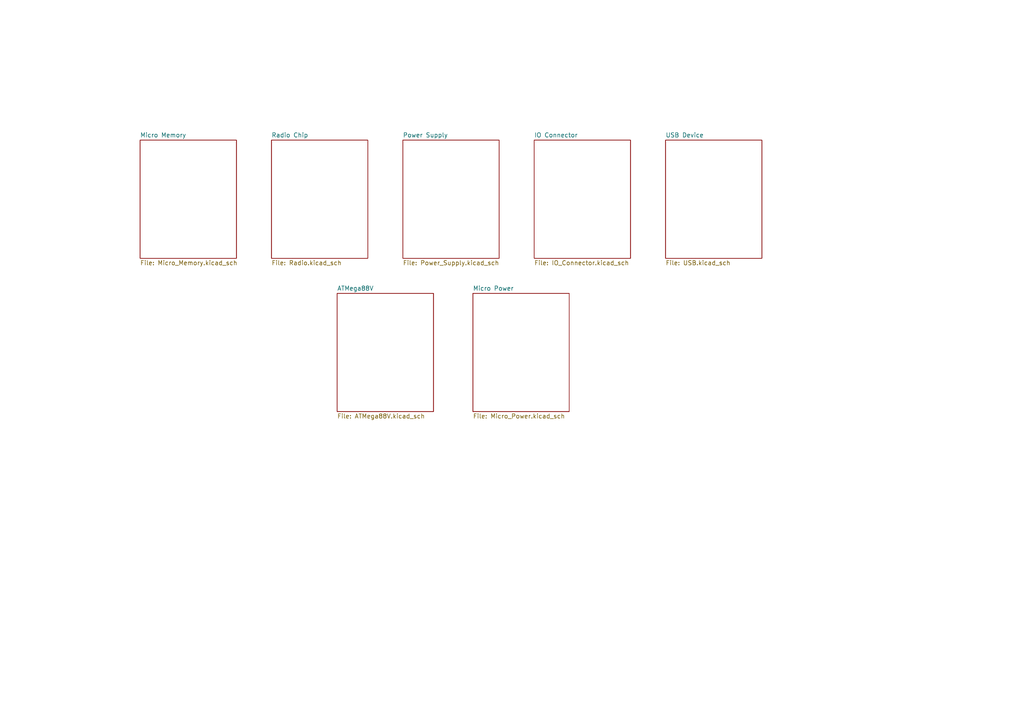
<source format=kicad_sch>
(kicad_sch (version 20211123) (generator eeschema)

  (uuid 1e4476d3-65fd-4290-921b-4de96ea98d6b)

  (paper "A4")

  (lib_symbols
  )


  (sheet (at 154.94 40.64) (size 27.94 34.29) (fields_autoplaced)
    (stroke (width 0.1524) (type solid) (color 0 0 0 0))
    (fill (color 0 0 0 0.0000))
    (uuid 032d4217-f9dc-4ea2-a1d0-b94149c2f916)
    (property "Sheet name" "IO Connector" (id 0) (at 154.94 39.9284 0)
      (effects (font (size 1.27 1.27)) (justify left bottom))
    )
    (property "Sheet file" "IO_Connector.kicad_sch" (id 1) (at 154.94 75.5146 0)
      (effects (font (size 1.27 1.27)) (justify left top))
    )
  )

  (sheet (at 116.84 40.64) (size 27.94 34.29) (fields_autoplaced)
    (stroke (width 0.1524) (type solid) (color 0 0 0 0))
    (fill (color 0 0 0 0.0000))
    (uuid 119cec69-d415-493f-bae5-418cef0e19a7)
    (property "Sheet name" "Power Supply" (id 0) (at 116.84 39.9284 0)
      (effects (font (size 1.27 1.27)) (justify left bottom))
    )
    (property "Sheet file" "Power_Supply.kicad_sch" (id 1) (at 116.84 75.5146 0)
      (effects (font (size 1.27 1.27)) (justify left top))
    )
  )

  (sheet (at 137.16 85.09) (size 27.94 34.29) (fields_autoplaced)
    (stroke (width 0.1524) (type solid) (color 0 0 0 0))
    (fill (color 0 0 0 0.0000))
    (uuid 7681f36e-0c31-4f7d-ab6e-f49ee4aaff31)
    (property "Sheet name" "Micro Power" (id 0) (at 137.16 84.3784 0)
      (effects (font (size 1.27 1.27)) (justify left bottom))
    )
    (property "Sheet file" "Micro_Power.kicad_sch" (id 1) (at 137.16 119.9646 0)
      (effects (font (size 1.27 1.27)) (justify left top))
    )
  )

  (sheet (at 78.74 40.64) (size 27.94 34.29) (fields_autoplaced)
    (stroke (width 0.1524) (type solid) (color 0 0 0 0))
    (fill (color 0 0 0 0.0000))
    (uuid 9c3df685-723d-4b82-9d88-5f80dede4a44)
    (property "Sheet name" "Radio Chip" (id 0) (at 78.74 39.9284 0)
      (effects (font (size 1.27 1.27)) (justify left bottom))
    )
    (property "Sheet file" "Radio.kicad_sch" (id 1) (at 78.74 75.5146 0)
      (effects (font (size 1.27 1.27)) (justify left top))
    )
  )

  (sheet (at 97.79 85.09) (size 27.94 34.29) (fields_autoplaced)
    (stroke (width 0.1524) (type solid) (color 0 0 0 0))
    (fill (color 0 0 0 0.0000))
    (uuid c788eaab-ec21-400c-825f-d40cb44a6d1e)
    (property "Sheet name" "ATMega88V" (id 0) (at 97.79 84.3784 0)
      (effects (font (size 1.27 1.27)) (justify left bottom))
    )
    (property "Sheet file" "ATMega88V.kicad_sch" (id 1) (at 97.79 119.9646 0)
      (effects (font (size 1.27 1.27)) (justify left top))
    )
  )

  (sheet (at 193.04 40.64) (size 27.94 34.29) (fields_autoplaced)
    (stroke (width 0.1524) (type solid) (color 0 0 0 0))
    (fill (color 0 0 0 0.0000))
    (uuid c934fc10-ab10-462a-9f16-24fcb82da06c)
    (property "Sheet name" "USB Device" (id 0) (at 193.04 39.9284 0)
      (effects (font (size 1.27 1.27)) (justify left bottom))
    )
    (property "Sheet file" "USB.kicad_sch" (id 1) (at 193.04 75.5146 0)
      (effects (font (size 1.27 1.27)) (justify left top))
    )
  )

  (sheet (at 40.64 40.64) (size 27.94 34.29) (fields_autoplaced)
    (stroke (width 0.1524) (type solid) (color 0 0 0 0))
    (fill (color 0 0 0 0.0000))
    (uuid ce56df6d-e327-42f9-b0ac-f55c9bb2fc81)
    (property "Sheet name" "Micro Memory" (id 0) (at 40.64 39.9284 0)
      (effects (font (size 1.27 1.27)) (justify left bottom))
    )
    (property "Sheet file" "Micro_Memory.kicad_sch" (id 1) (at 40.64 75.5146 0)
      (effects (font (size 1.27 1.27)) (justify left top))
    )
  )

  (sheet_instances
    (path "/" (page "1"))
    (path "/ce56df6d-e327-42f9-b0ac-f55c9bb2fc81" (page "2"))
    (path "/9c3df685-723d-4b82-9d88-5f80dede4a44" (page "3"))
    (path "/119cec69-d415-493f-bae5-418cef0e19a7" (page "4"))
    (path "/032d4217-f9dc-4ea2-a1d0-b94149c2f916" (page "5"))
    (path "/c934fc10-ab10-462a-9f16-24fcb82da06c" (page "6"))
    (path "/c788eaab-ec21-400c-825f-d40cb44a6d1e" (page "7"))
    (path "/7681f36e-0c31-4f7d-ab6e-f49ee4aaff31" (page "8"))
  )

  (symbol_instances
    (path "/ce56df6d-e327-42f9-b0ac-f55c9bb2fc81/43ab6cd3-1557-4eb6-ae7a-4e8f551937f5"
      (reference "#FLG01") (unit 1) (value "PWR_FLAG") (footprint "")
    )
    (path "/ce56df6d-e327-42f9-b0ac-f55c9bb2fc81/857ffa76-3efc-41c8-84d8-0b32561ff0b7"
      (reference "#FLG02") (unit 1) (value "PWR_FLAG") (footprint "")
    )
    (path "/ce56df6d-e327-42f9-b0ac-f55c9bb2fc81/a3abe7d9-f75f-43ad-9815-cec8fd6b6af9"
      (reference "#FLG03") (unit 1) (value "PWR_FLAG") (footprint "")
    )
    (path "/ce56df6d-e327-42f9-b0ac-f55c9bb2fc81/9f9ea119-b05d-4a92-81d3-386aa5ce2918"
      (reference "#FLG04") (unit 1) (value "PWR_FLAG") (footprint "")
    )
    (path "/119cec69-d415-493f-bae5-418cef0e19a7/d9d43cfa-2982-4120-b4b9-e2d68ce96f3a"
      (reference "#FLG05") (unit 1) (value "PWR_FLAG") (footprint "")
    )
    (path "/119cec69-d415-493f-bae5-418cef0e19a7/4c707c49-c476-46c4-a317-764ba40f815d"
      (reference "#FLG06") (unit 1) (value "PWR_FLAG") (footprint "")
    )
    (path "/032d4217-f9dc-4ea2-a1d0-b94149c2f916/9f09e634-97a4-46fe-a0cc-b0b9918557c1"
      (reference "#FLG07") (unit 1) (value "PWR_FLAG") (footprint "")
    )
    (path "/032d4217-f9dc-4ea2-a1d0-b94149c2f916/75ed7a85-897e-46ce-92bf-cc04dd6e7bd1"
      (reference "#FLG08") (unit 1) (value "PWR_FLAG") (footprint "")
    )
    (path "/032d4217-f9dc-4ea2-a1d0-b94149c2f916/7f31516e-4aaf-4c2d-90cc-d21641eb86bc"
      (reference "#FLG09") (unit 1) (value "PWR_FLAG") (footprint "")
    )
    (path "/032d4217-f9dc-4ea2-a1d0-b94149c2f916/eec36db4-bc22-489a-8e92-8ffcd1b151a3"
      (reference "#FLG010") (unit 1) (value "PWR_FLAG") (footprint "")
    )
    (path "/032d4217-f9dc-4ea2-a1d0-b94149c2f916/83512cd6-5453-423c-bc52-8544754910f1"
      (reference "#FLG011") (unit 1) (value "PWR_FLAG") (footprint "")
    )
    (path "/032d4217-f9dc-4ea2-a1d0-b94149c2f916/9b7ecfbc-36be-49ee-a1dd-b82a7e935fb5"
      (reference "#FLG012") (unit 1) (value "PWR_FLAG") (footprint "")
    )
    (path "/c788eaab-ec21-400c-825f-d40cb44a6d1e/3e3848f8-92af-4f55-930d-0f113f4ae366"
      (reference "#FLG013") (unit 1) (value "PWR_FLAG") (footprint "")
    )
    (path "/c788eaab-ec21-400c-825f-d40cb44a6d1e/b2801512-1cd4-406f-8d40-10f7b4a42c57"
      (reference "#FLG014") (unit 1) (value "PWR_FLAG") (footprint "")
    )
    (path "/c788eaab-ec21-400c-825f-d40cb44a6d1e/ef4d23c4-b5ef-4267-a3e7-d5462bcea6e1"
      (reference "#FLG015") (unit 1) (value "PWR_FLAG") (footprint "")
    )
    (path "/7681f36e-0c31-4f7d-ab6e-f49ee4aaff31/14410729-f4aa-4ee6-85ea-daa58b7f648a"
      (reference "#FLG016") (unit 1) (value "PWR_FLAG") (footprint "")
    )
    (path "/7681f36e-0c31-4f7d-ab6e-f49ee4aaff31/9605990b-d526-4bf4-90f4-a45eed4608f9"
      (reference "#FLG017") (unit 1) (value "PWR_FLAG") (footprint "")
    )
    (path "/7681f36e-0c31-4f7d-ab6e-f49ee4aaff31/dcf16ecc-cb3c-48f4-9889-3057d2031593"
      (reference "#FLG018") (unit 1) (value "PWR_FLAG") (footprint "")
    )
    (path "/7681f36e-0c31-4f7d-ab6e-f49ee4aaff31/912b29b9-587f-4df9-8976-abc523a6e4f0"
      (reference "#FLG019") (unit 1) (value "PWR_FLAG") (footprint "")
    )
    (path "/7681f36e-0c31-4f7d-ab6e-f49ee4aaff31/9ae3a564-29eb-4444-bc07-ce2caaf96155"
      (reference "#FLG020") (unit 1) (value "PWR_FLAG") (footprint "")
    )
    (path "/7681f36e-0c31-4f7d-ab6e-f49ee4aaff31/46a67bc5-fed1-4ce8-9e6a-c564ecfdb539"
      (reference "#FLG021") (unit 1) (value "PWR_FLAG") (footprint "")
    )
    (path "/7681f36e-0c31-4f7d-ab6e-f49ee4aaff31/3c2315ca-0fc3-4e53-9d3c-33dafeaffc29"
      (reference "#FLG022") (unit 1) (value "PWR_FLAG") (footprint "")
    )
    (path "/ce56df6d-e327-42f9-b0ac-f55c9bb2fc81/22e854b8-3287-40a3-b25a-d9587a3d6ee8"
      (reference "#PWR01") (unit 1) (value "VCC") (footprint "")
    )
    (path "/ce56df6d-e327-42f9-b0ac-f55c9bb2fc81/87f2aef8-9ad5-4597-a2fe-e9e87780ece0"
      (reference "#PWR02") (unit 1) (value "GND") (footprint "")
    )
    (path "/ce56df6d-e327-42f9-b0ac-f55c9bb2fc81/fd24e615-de37-405b-9419-20ee4c6fe708"
      (reference "#PWR03") (unit 1) (value "GND") (footprint "")
    )
    (path "/ce56df6d-e327-42f9-b0ac-f55c9bb2fc81/030ee6c0-ff60-408c-a991-89ed1d7fa6f4"
      (reference "#PWR04") (unit 1) (value "GND") (footprint "")
    )
    (path "/ce56df6d-e327-42f9-b0ac-f55c9bb2fc81/82e42d72-fef6-4605-a662-c84eb6393215"
      (reference "#PWR05") (unit 1) (value "VCC") (footprint "")
    )
    (path "/ce56df6d-e327-42f9-b0ac-f55c9bb2fc81/37d51866-15c1-4b00-9525-44bd59ec8522"
      (reference "#PWR06") (unit 1) (value "GND") (footprint "")
    )
    (path "/ce56df6d-e327-42f9-b0ac-f55c9bb2fc81/7b6695b7-4d40-4357-9ff5-3d36d9c4ba62"
      (reference "#PWR07") (unit 1) (value "GND") (footprint "")
    )
    (path "/ce56df6d-e327-42f9-b0ac-f55c9bb2fc81/6e9f3d69-1c01-43ef-baa8-853227a1712b"
      (reference "#PWR08") (unit 1) (value "VCC") (footprint "")
    )
    (path "/ce56df6d-e327-42f9-b0ac-f55c9bb2fc81/0c697446-b078-4978-af4b-7028a68ec6e8"
      (reference "#PWR09") (unit 1) (value "VCC") (footprint "")
    )
    (path "/ce56df6d-e327-42f9-b0ac-f55c9bb2fc81/85d3e17c-f714-41f4-9699-6ff4a8ef5190"
      (reference "#PWR010") (unit 1) (value "VCC") (footprint "")
    )
    (path "/ce56df6d-e327-42f9-b0ac-f55c9bb2fc81/178a4f08-05b8-4ff7-a240-10c76d12a264"
      (reference "#PWR011") (unit 1) (value "VCC") (footprint "")
    )
    (path "/ce56df6d-e327-42f9-b0ac-f55c9bb2fc81/0881caf4-1830-4ecc-a002-523ec1fe9da2"
      (reference "#PWR012") (unit 1) (value "VCC") (footprint "")
    )
    (path "/ce56df6d-e327-42f9-b0ac-f55c9bb2fc81/db878eca-fab0-44a0-8461-379a49912e12"
      (reference "#PWR013") (unit 1) (value "VCC") (footprint "")
    )
    (path "/ce56df6d-e327-42f9-b0ac-f55c9bb2fc81/5e38b079-373a-4023-bbe5-9b04a0be242c"
      (reference "#PWR014") (unit 1) (value "VCC") (footprint "")
    )
    (path "/ce56df6d-e327-42f9-b0ac-f55c9bb2fc81/a1ba42d9-a731-42f4-9f9d-1de23c65d5e4"
      (reference "#PWR015") (unit 1) (value "GND") (footprint "")
    )
    (path "/ce56df6d-e327-42f9-b0ac-f55c9bb2fc81/4ca29bd5-a72e-4105-bd9c-44ec416bdbe2"
      (reference "#PWR016") (unit 1) (value "VCC") (footprint "")
    )
    (path "/ce56df6d-e327-42f9-b0ac-f55c9bb2fc81/a846a0e7-4921-4a6d-8580-eddf0772070b"
      (reference "#PWR017") (unit 1) (value "VSRAM") (footprint "")
    )
    (path "/ce56df6d-e327-42f9-b0ac-f55c9bb2fc81/836094b4-d58e-4928-9ad1-000683ceb318"
      (reference "#PWR018") (unit 1) (value "GND") (footprint "")
    )
    (path "/ce56df6d-e327-42f9-b0ac-f55c9bb2fc81/6d6dd784-42bd-46c8-b45a-79b86d60a26b"
      (reference "#PWR019") (unit 1) (value "GND") (footprint "")
    )
    (path "/ce56df6d-e327-42f9-b0ac-f55c9bb2fc81/2ecb01ce-7cc3-4a80-a1c6-7f40afbe769b"
      (reference "#PWR020") (unit 1) (value "VCC") (footprint "")
    )
    (path "/ce56df6d-e327-42f9-b0ac-f55c9bb2fc81/246a5b44-58a8-43df-b17f-b2c38992ce31"
      (reference "#PWR021") (unit 1) (value "VCC") (footprint "")
    )
    (path "/ce56df6d-e327-42f9-b0ac-f55c9bb2fc81/3813d9fd-c814-4e67-b0e4-a6fc2c38fb68"
      (reference "#PWR022") (unit 1) (value "VCC") (footprint "")
    )
    (path "/ce56df6d-e327-42f9-b0ac-f55c9bb2fc81/572d7083-1765-4013-9ea9-544b5f2377fc"
      (reference "#PWR023") (unit 1) (value "GND") (footprint "")
    )
    (path "/ce56df6d-e327-42f9-b0ac-f55c9bb2fc81/6fe02c3d-8760-454f-83e5-e61b0a1657b7"
      (reference "#PWR024") (unit 1) (value "GND") (footprint "")
    )
    (path "/ce56df6d-e327-42f9-b0ac-f55c9bb2fc81/bd101c48-5382-4ccc-891f-c907ad51ff61"
      (reference "#PWR025") (unit 1) (value "GND") (footprint "")
    )
    (path "/ce56df6d-e327-42f9-b0ac-f55c9bb2fc81/641fa80c-ec52-4c8e-9a16-684404f61453"
      (reference "#PWR026") (unit 1) (value "GND") (footprint "")
    )
    (path "/ce56df6d-e327-42f9-b0ac-f55c9bb2fc81/fb9ff724-07ee-4542-82b5-386ac1428f4d"
      (reference "#PWR027") (unit 1) (value "VSRAM") (footprint "")
    )
    (path "/ce56df6d-e327-42f9-b0ac-f55c9bb2fc81/6273b6c5-d293-401d-be2d-eea0baafe23d"
      (reference "#PWR028") (unit 1) (value "VCC") (footprint "")
    )
    (path "/ce56df6d-e327-42f9-b0ac-f55c9bb2fc81/00d826c4-98b1-4ce2-b931-340169345e0e"
      (reference "#PWR029") (unit 1) (value "VCC") (footprint "")
    )
    (path "/ce56df6d-e327-42f9-b0ac-f55c9bb2fc81/e0978d1b-471a-4075-9f89-590c88d44f7a"
      (reference "#PWR030") (unit 1) (value "VSRAM") (footprint "")
    )
    (path "/9c3df685-723d-4b82-9d88-5f80dede4a44/0824e63f-5028-43af-85b7-412df11c742d"
      (reference "#PWR031") (unit 1) (value "GND") (footprint "")
    )
    (path "/9c3df685-723d-4b82-9d88-5f80dede4a44/7b2cc57c-40de-476d-b712-f9c1a8db097c"
      (reference "#PWR032") (unit 1) (value "GND") (footprint "")
    )
    (path "/9c3df685-723d-4b82-9d88-5f80dede4a44/0d47803d-e392-4d70-b185-9fc772bed647"
      (reference "#PWR033") (unit 1) (value "GND") (footprint "")
    )
    (path "/9c3df685-723d-4b82-9d88-5f80dede4a44/985022ff-a607-4166-af27-e7e974d85394"
      (reference "#PWR034") (unit 1) (value "GND") (footprint "")
    )
    (path "/9c3df685-723d-4b82-9d88-5f80dede4a44/b6392e9a-65ce-44e9-bbe2-53546e39138e"
      (reference "#PWR035") (unit 1) (value "GND") (footprint "")
    )
    (path "/9c3df685-723d-4b82-9d88-5f80dede4a44/cf4d7228-fe10-4afb-b101-7ea0b68bc23f"
      (reference "#PWR036") (unit 1) (value "GND") (footprint "")
    )
    (path "/9c3df685-723d-4b82-9d88-5f80dede4a44/d74311be-de92-4074-af70-e9ebd9e0d6ba"
      (reference "#PWR037") (unit 1) (value "GND") (footprint "")
    )
    (path "/9c3df685-723d-4b82-9d88-5f80dede4a44/cab1e91b-808e-4683-b96d-3fb1af93d447"
      (reference "#PWR038") (unit 1) (value "GND") (footprint "")
    )
    (path "/9c3df685-723d-4b82-9d88-5f80dede4a44/a3c893ad-9029-4d62-ad50-7788553c90eb"
      (reference "#PWR039") (unit 1) (value "GND") (footprint "")
    )
    (path "/9c3df685-723d-4b82-9d88-5f80dede4a44/5a751202-8d38-48da-a7c9-77dedf283fa9"
      (reference "#PWR040") (unit 1) (value "GND") (footprint "")
    )
    (path "/9c3df685-723d-4b82-9d88-5f80dede4a44/2b62d4ae-20df-4cb8-a018-506866bfb619"
      (reference "#PWR041") (unit 1) (value "GND") (footprint "")
    )
    (path "/9c3df685-723d-4b82-9d88-5f80dede4a44/99620a5e-4438-454b-90f7-3ff51900fb39"
      (reference "#PWR042") (unit 1) (value "GND") (footprint "")
    )
    (path "/9c3df685-723d-4b82-9d88-5f80dede4a44/85cea740-8738-457c-97d2-9f55d9796f8f"
      (reference "#PWR043") (unit 1) (value "VCC") (footprint "")
    )
    (path "/9c3df685-723d-4b82-9d88-5f80dede4a44/9c2f7f98-6657-4623-a452-a3a9c6d4c14a"
      (reference "#PWR044") (unit 1) (value "GND") (footprint "")
    )
    (path "/9c3df685-723d-4b82-9d88-5f80dede4a44/16c26722-5978-41f3-9754-43706ed6cfee"
      (reference "#PWR045") (unit 1) (value "GND") (footprint "")
    )
    (path "/9c3df685-723d-4b82-9d88-5f80dede4a44/ffa0d3fe-05ec-4f74-9b7b-e81e8160a628"
      (reference "#PWR046") (unit 1) (value "GND") (footprint "")
    )
    (path "/9c3df685-723d-4b82-9d88-5f80dede4a44/fa4128dc-d93f-4e9f-8518-ba7d28394fd8"
      (reference "#PWR047") (unit 1) (value "GND") (footprint "")
    )
    (path "/9c3df685-723d-4b82-9d88-5f80dede4a44/0728d36f-a3ff-4313-bc26-4c5d6241ec26"
      (reference "#PWR048") (unit 1) (value "GND") (footprint "")
    )
    (path "/9c3df685-723d-4b82-9d88-5f80dede4a44/4add18c9-0621-4522-8ec2-f5c445a0e778"
      (reference "#PWR049") (unit 1) (value "GND") (footprint "")
    )
    (path "/9c3df685-723d-4b82-9d88-5f80dede4a44/e1064bee-cbd4-4773-8895-c66349e70199"
      (reference "#PWR050") (unit 1) (value "GND") (footprint "")
    )
    (path "/9c3df685-723d-4b82-9d88-5f80dede4a44/d68ec86b-23a2-4eb6-aef8-699d103bc520"
      (reference "#PWR051") (unit 1) (value "GND") (footprint "")
    )
    (path "/9c3df685-723d-4b82-9d88-5f80dede4a44/6140856f-f1c3-4433-87f6-30675019697c"
      (reference "#PWR052") (unit 1) (value "GND") (footprint "")
    )
    (path "/119cec69-d415-493f-bae5-418cef0e19a7/b4cf947d-ec37-47af-9635-797fdf5fc3a5"
      (reference "#PWR053") (unit 1) (value "GND") (footprint "")
    )
    (path "/119cec69-d415-493f-bae5-418cef0e19a7/94c2f273-7bc7-40c9-83ca-04f7250b56de"
      (reference "#PWR054") (unit 1) (value "GND") (footprint "")
    )
    (path "/119cec69-d415-493f-bae5-418cef0e19a7/9363d8cc-efb9-416b-8a6c-ae9a4134d740"
      (reference "#PWR055") (unit 1) (value "GND") (footprint "")
    )
    (path "/119cec69-d415-493f-bae5-418cef0e19a7/5f49de87-11de-42b5-9d77-2138a005e94f"
      (reference "#PWR056") (unit 1) (value "GND") (footprint "")
    )
    (path "/119cec69-d415-493f-bae5-418cef0e19a7/f4fa9dc1-3381-4d87-a107-fc22149f72fe"
      (reference "#PWR057") (unit 1) (value "BATT_IN") (footprint "")
    )
    (path "/119cec69-d415-493f-bae5-418cef0e19a7/d690da1e-d716-4b2a-b60e-aea7bda1c482"
      (reference "#PWR058") (unit 1) (value "GND") (footprint "")
    )
    (path "/119cec69-d415-493f-bae5-418cef0e19a7/f001f027-37a4-4205-ae88-8f34e06cfb20"
      (reference "#PWR059") (unit 1) (value "GND") (footprint "")
    )
    (path "/119cec69-d415-493f-bae5-418cef0e19a7/b6259249-d868-424e-8e5f-4682d5e5f5f9"
      (reference "#PWR060") (unit 1) (value "V_USB") (footprint "")
    )
    (path "/119cec69-d415-493f-bae5-418cef0e19a7/7737fd61-1f2f-40c4-88fd-6efa5b2d7281"
      (reference "#PWR061") (unit 1) (value "GND") (footprint "")
    )
    (path "/119cec69-d415-493f-bae5-418cef0e19a7/a409cc07-1a6d-48de-adf6-d4bdec57fafe"
      (reference "#PWR062") (unit 1) (value "BATT") (footprint "")
    )
    (path "/119cec69-d415-493f-bae5-418cef0e19a7/2b91760c-8cde-47f3-8374-f349e01cfb3a"
      (reference "#PWR063") (unit 1) (value "GND") (footprint "")
    )
    (path "/119cec69-d415-493f-bae5-418cef0e19a7/42f9d1a7-bb14-401c-bd7d-f22c8cd1ba75"
      (reference "#PWR064") (unit 1) (value "GND") (footprint "")
    )
    (path "/119cec69-d415-493f-bae5-418cef0e19a7/0e375b50-5559-42d3-b2e8-f6213dd7755b"
      (reference "#PWR065") (unit 1) (value "GND") (footprint "")
    )
    (path "/119cec69-d415-493f-bae5-418cef0e19a7/8b55ca52-2fdc-4c5d-89cc-94440c9aa651"
      (reference "#PWR066") (unit 1) (value "V_EXT") (footprint "")
    )
    (path "/119cec69-d415-493f-bae5-418cef0e19a7/b2d69595-105a-4bd5-9604-71882b2dbea6"
      (reference "#PWR067") (unit 1) (value "GND") (footprint "")
    )
    (path "/119cec69-d415-493f-bae5-418cef0e19a7/980c9f34-9f7b-45dd-bf6e-aaf86596a0a4"
      (reference "#PWR068") (unit 1) (value "GND") (footprint "")
    )
    (path "/119cec69-d415-493f-bae5-418cef0e19a7/af32b7f2-51b2-48b7-aa73-b5fc7ce58ba9"
      (reference "#PWR069") (unit 1) (value "GND") (footprint "")
    )
    (path "/119cec69-d415-493f-bae5-418cef0e19a7/b7ffbf7b-09c0-4026-8bd5-d95a83d658f4"
      (reference "#PWR070") (unit 1) (value "GND") (footprint "")
    )
    (path "/119cec69-d415-493f-bae5-418cef0e19a7/962710d7-d91b-4c25-9e91-430f835dba31"
      (reference "#PWR071") (unit 1) (value "GND") (footprint "")
    )
    (path "/119cec69-d415-493f-bae5-418cef0e19a7/d5ae8d93-4e93-414c-bace-87186f8c5a43"
      (reference "#PWR072") (unit 1) (value "GND") (footprint "")
    )
    (path "/119cec69-d415-493f-bae5-418cef0e19a7/1ff991d0-9cff-4bfc-acc6-43997e87a323"
      (reference "#PWR073") (unit 1) (value "GND") (footprint "")
    )
    (path "/119cec69-d415-493f-bae5-418cef0e19a7/21ea8df6-839d-4b89-9f21-2e1b417d7988"
      (reference "#PWR074") (unit 1) (value "GND") (footprint "")
    )
    (path "/119cec69-d415-493f-bae5-418cef0e19a7/9b2e6b9d-2cac-48a2-9cb9-e49d4d361014"
      (reference "#PWR075") (unit 1) (value "V_MAX") (footprint "")
    )
    (path "/119cec69-d415-493f-bae5-418cef0e19a7/1b2cd566-d37e-4738-bb48-901bc93a245f"
      (reference "#PWR076") (unit 1) (value "VCC") (footprint "")
    )
    (path "/119cec69-d415-493f-bae5-418cef0e19a7/13d8f106-cb3d-41f4-8ee8-ef0dc5d9d1c8"
      (reference "#PWR077") (unit 1) (value "GND") (footprint "")
    )
    (path "/119cec69-d415-493f-bae5-418cef0e19a7/6f515aca-af31-40a6-b189-c87b65ea3235"
      (reference "#PWR078") (unit 1) (value "GND") (footprint "")
    )
    (path "/119cec69-d415-493f-bae5-418cef0e19a7/a5fab545-f7ea-499b-9ce0-0ff55b75d95d"
      (reference "#PWR079") (unit 1) (value "GND") (footprint "")
    )
    (path "/119cec69-d415-493f-bae5-418cef0e19a7/58892813-88af-416e-9c1f-1f95a6540b3c"
      (reference "#PWR080") (unit 1) (value "GND") (footprint "")
    )
    (path "/119cec69-d415-493f-bae5-418cef0e19a7/eadfa68a-56e9-47f5-a9b7-20a16fd57c37"
      (reference "#PWR081") (unit 1) (value "GND") (footprint "")
    )
    (path "/119cec69-d415-493f-bae5-418cef0e19a7/757b3b74-cfcc-4f81-9bf0-043cb455b842"
      (reference "#PWR082") (unit 1) (value "GND") (footprint "")
    )
    (path "/119cec69-d415-493f-bae5-418cef0e19a7/f32d14fe-145b-4dd6-a74b-04f87aa09f4c"
      (reference "#PWR083") (unit 1) (value "VCC") (footprint "")
    )
    (path "/119cec69-d415-493f-bae5-418cef0e19a7/4fe29368-b7f8-4cab-8c7f-57b5a8ff492f"
      (reference "#PWR084") (unit 1) (value "GND") (footprint "")
    )
    (path "/119cec69-d415-493f-bae5-418cef0e19a7/5c749f6f-4c85-417d-ab68-738f31f6195d"
      (reference "#PWR085") (unit 1) (value "VCORE") (footprint "")
    )
    (path "/119cec69-d415-493f-bae5-418cef0e19a7/40fef4cb-4eed-40fc-94bb-61fd26ca2b2b"
      (reference "#PWR086") (unit 1) (value "GND") (footprint "")
    )
    (path "/032d4217-f9dc-4ea2-a1d0-b94149c2f916/7f555068-63ac-469f-866f-f9f9fa699f7d"
      (reference "#PWR087") (unit 1) (value "BATT_IN") (footprint "")
    )
    (path "/032d4217-f9dc-4ea2-a1d0-b94149c2f916/fe956046-895e-4019-bde1-ce7f2ea14613"
      (reference "#PWR088") (unit 1) (value "VCC") (footprint "")
    )
    (path "/032d4217-f9dc-4ea2-a1d0-b94149c2f916/e0cf2be2-3f7c-477f-8f97-6fda59dede4c"
      (reference "#PWR089") (unit 1) (value "GND") (footprint "")
    )
    (path "/032d4217-f9dc-4ea2-a1d0-b94149c2f916/93726abe-604c-4b0a-aea6-706bd3b1c47a"
      (reference "#PWR090") (unit 1) (value "V_EXT") (footprint "")
    )
    (path "/032d4217-f9dc-4ea2-a1d0-b94149c2f916/75dc4cb3-ebf0-4d08-bfb7-46227eca05cd"
      (reference "#PWR091") (unit 1) (value "USB_IN") (footprint "")
    )
    (path "/032d4217-f9dc-4ea2-a1d0-b94149c2f916/9bde51bf-3516-4d61-b5df-534605f2fe9c"
      (reference "#PWR092") (unit 1) (value "V_EXT") (footprint "")
    )
    (path "/032d4217-f9dc-4ea2-a1d0-b94149c2f916/18f5a021-704e-4277-bc35-946375ccfa18"
      (reference "#PWR093") (unit 1) (value "GND") (footprint "")
    )
    (path "/032d4217-f9dc-4ea2-a1d0-b94149c2f916/0050506a-55c2-41af-86e6-ee2a6697a360"
      (reference "#PWR094") (unit 1) (value "V_EXT") (footprint "")
    )
    (path "/032d4217-f9dc-4ea2-a1d0-b94149c2f916/8c310e12-3efe-4bd7-83f5-2e674685713f"
      (reference "#PWR095") (unit 1) (value "VSTBY") (footprint "")
    )
    (path "/032d4217-f9dc-4ea2-a1d0-b94149c2f916/6cb9eb26-cb3a-4a89-9490-7f994d10483f"
      (reference "#PWR096") (unit 1) (value "VCC") (footprint "")
    )
    (path "/032d4217-f9dc-4ea2-a1d0-b94149c2f916/2f82f9b5-b8cb-4ece-b700-c3a1aabf0b7a"
      (reference "#PWR097") (unit 1) (value "GND") (footprint "")
    )
    (path "/032d4217-f9dc-4ea2-a1d0-b94149c2f916/77d55de1-654c-4e8c-a620-4098ac143d64"
      (reference "#PWR098") (unit 1) (value "V_EXT") (footprint "")
    )
    (path "/032d4217-f9dc-4ea2-a1d0-b94149c2f916/b7ab4af6-e701-43ec-a926-a56830c77ae0"
      (reference "#PWR099") (unit 1) (value "GND") (footprint "")
    )
    (path "/c934fc10-ab10-462a-9f16-24fcb82da06c/fe1597f8-29e1-4982-81e1-2e8bff33b0ed"
      (reference "#PWR0100") (unit 1) (value "GND") (footprint "")
    )
    (path "/c934fc10-ab10-462a-9f16-24fcb82da06c/d9d0ed16-9099-482a-84d2-961036e82bcf"
      (reference "#PWR0101") (unit 1) (value "GND") (footprint "")
    )
    (path "/c934fc10-ab10-462a-9f16-24fcb82da06c/69320b6d-c052-48dd-a35d-977031765c5b"
      (reference "#PWR0102") (unit 1) (value "GND") (footprint "")
    )
    (path "/c934fc10-ab10-462a-9f16-24fcb82da06c/f478dcf0-f77f-4111-b6a7-60c10d3b04b8"
      (reference "#PWR0103") (unit 1) (value "GND") (footprint "")
    )
    (path "/c934fc10-ab10-462a-9f16-24fcb82da06c/2b1a3404-1416-44d3-a38b-1c93c556445d"
      (reference "#PWR0104") (unit 1) (value "GND") (footprint "")
    )
    (path "/c934fc10-ab10-462a-9f16-24fcb82da06c/080eb5e4-37cf-401f-bce2-3ed2a039f99d"
      (reference "#PWR0105") (unit 1) (value "GND") (footprint "")
    )
    (path "/c934fc10-ab10-462a-9f16-24fcb82da06c/d1f45377-ad24-417d-a3e2-7f96da34101d"
      (reference "#PWR0106") (unit 1) (value "V_USB") (footprint "")
    )
    (path "/c934fc10-ab10-462a-9f16-24fcb82da06c/3421607a-0f75-4ea3-98dc-a2e1205c5602"
      (reference "#PWR0107") (unit 1) (value "GND") (footprint "")
    )
    (path "/c934fc10-ab10-462a-9f16-24fcb82da06c/7091a147-2a87-4d8c-a527-a622698e4388"
      (reference "#PWR0108") (unit 1) (value "GND") (footprint "")
    )
    (path "/c934fc10-ab10-462a-9f16-24fcb82da06c/62c3be9b-4648-416e-8a6e-cb844b242184"
      (reference "#PWR0109") (unit 1) (value "USB_IN") (footprint "")
    )
    (path "/c788eaab-ec21-400c-825f-d40cb44a6d1e/0df69ba5-08e3-48aa-be31-c4a7304b0170"
      (reference "#PWR0110") (unit 1) (value "VSTBY") (footprint "")
    )
    (path "/c788eaab-ec21-400c-825f-d40cb44a6d1e/f0f90602-f032-4b86-93aa-fed255ee4841"
      (reference "#PWR0111") (unit 1) (value "GND") (footprint "")
    )
    (path "/c788eaab-ec21-400c-825f-d40cb44a6d1e/d3ed2fdf-89f8-4680-bfe8-d8aea8c37c91"
      (reference "#PWR0112") (unit 1) (value "VCC") (footprint "")
    )
    (path "/c788eaab-ec21-400c-825f-d40cb44a6d1e/5d1bc4ef-6abd-4415-a1d3-eb5d03180446"
      (reference "#PWR0113") (unit 1) (value "GND") (footprint "")
    )
    (path "/c788eaab-ec21-400c-825f-d40cb44a6d1e/e8a08903-8132-4960-ae24-82e1cec4d07b"
      (reference "#PWR0114") (unit 1) (value "GND") (footprint "")
    )
    (path "/c788eaab-ec21-400c-825f-d40cb44a6d1e/1982bb28-e4a0-4564-b603-b88c2ec8f95e"
      (reference "#PWR0115") (unit 1) (value "VSTBY") (footprint "")
    )
    (path "/c788eaab-ec21-400c-825f-d40cb44a6d1e/8942f5dc-944d-415d-bb57-1f101967cb8a"
      (reference "#PWR0116") (unit 1) (value "VCORE") (footprint "")
    )
    (path "/c788eaab-ec21-400c-825f-d40cb44a6d1e/b0b79801-0735-410a-a3a5-6c193cc9667f"
      (reference "#PWR0117") (unit 1) (value "GND") (footprint "")
    )
    (path "/c788eaab-ec21-400c-825f-d40cb44a6d1e/594aef6c-1d34-49b4-b4a6-03bc328610d4"
      (reference "#PWR0118") (unit 1) (value "GND") (footprint "")
    )
    (path "/c788eaab-ec21-400c-825f-d40cb44a6d1e/a5928daa-f2bb-4ff8-b531-41e2c96ffe83"
      (reference "#PWR0119") (unit 1) (value "GND") (footprint "")
    )
    (path "/c788eaab-ec21-400c-825f-d40cb44a6d1e/fc7c9616-79a8-4dd0-bac5-1c6aabb3c5d3"
      (reference "#PWR0120") (unit 1) (value "GND") (footprint "")
    )
    (path "/c788eaab-ec21-400c-825f-d40cb44a6d1e/473b6d7c-aaab-43c1-97b5-014ac967a734"
      (reference "#PWR0121") (unit 1) (value "GND") (footprint "")
    )
    (path "/c788eaab-ec21-400c-825f-d40cb44a6d1e/23eaa0db-3d57-41a1-a22b-e8a9f12a72d4"
      (reference "#PWR0122") (unit 1) (value "GND") (footprint "")
    )
    (path "/c788eaab-ec21-400c-825f-d40cb44a6d1e/9ddff28d-3a12-4c8f-8099-fa913a5bab13"
      (reference "#PWR0123") (unit 1) (value "VSTBY") (footprint "")
    )
    (path "/c788eaab-ec21-400c-825f-d40cb44a6d1e/3b55cd60-ccfd-4ab4-b52d-067592b0f53d"
      (reference "#PWR0124") (unit 1) (value "GND") (footprint "")
    )
    (path "/c788eaab-ec21-400c-825f-d40cb44a6d1e/4b5fcb29-7f58-4803-b7ec-362bda45702c"
      (reference "#PWR0125") (unit 1) (value "VSTBY") (footprint "")
    )
    (path "/c788eaab-ec21-400c-825f-d40cb44a6d1e/bd95ab6b-daa4-413b-85f8-049fc014f640"
      (reference "#PWR0126") (unit 1) (value "GND") (footprint "")
    )
    (path "/c788eaab-ec21-400c-825f-d40cb44a6d1e/73cc99a3-f637-41c7-8701-9c650547d9e1"
      (reference "#PWR0127") (unit 1) (value "VSTBY") (footprint "")
    )
    (path "/c788eaab-ec21-400c-825f-d40cb44a6d1e/974ffa6d-7446-428d-ad9e-6eb1d811d61b"
      (reference "#PWR0128") (unit 1) (value "VSTBY") (footprint "")
    )
    (path "/c788eaab-ec21-400c-825f-d40cb44a6d1e/cace75b2-5d91-4a5f-bbf0-0e4dda5bac8a"
      (reference "#PWR0129") (unit 1) (value "GND") (footprint "")
    )
    (path "/c788eaab-ec21-400c-825f-d40cb44a6d1e/3241077d-3513-4ee4-abdb-32a7500009ba"
      (reference "#PWR0130") (unit 1) (value "GND") (footprint "")
    )
    (path "/c788eaab-ec21-400c-825f-d40cb44a6d1e/66bf2224-95d6-4309-a999-a11068c1d616"
      (reference "#PWR0131") (unit 1) (value "V_MAX") (footprint "")
    )
    (path "/c788eaab-ec21-400c-825f-d40cb44a6d1e/549c571a-c677-4c01-bc31-8500fc3769e7"
      (reference "#PWR0132") (unit 1) (value "BATT") (footprint "")
    )
    (path "/c788eaab-ec21-400c-825f-d40cb44a6d1e/24738b3f-6276-4cba-8f5e-10026a4be81c"
      (reference "#PWR0133") (unit 1) (value "VCC") (footprint "")
    )
    (path "/c788eaab-ec21-400c-825f-d40cb44a6d1e/184f7a0c-7801-4962-9af2-5d6d4e068bd7"
      (reference "#PWR0134") (unit 1) (value "GND") (footprint "")
    )
    (path "/c788eaab-ec21-400c-825f-d40cb44a6d1e/1baba23d-f03d-4f66-b526-66635345a666"
      (reference "#PWR0135") (unit 1) (value "VCC") (footprint "")
    )
    (path "/c788eaab-ec21-400c-825f-d40cb44a6d1e/578bbf7f-ca1a-4153-985f-60c1a20811db"
      (reference "#PWR0136") (unit 1) (value "VSTBY") (footprint "")
    )
    (path "/c788eaab-ec21-400c-825f-d40cb44a6d1e/7583615a-4761-4cf6-b303-b1d91b3656cd"
      (reference "#PWR0137") (unit 1) (value "GND") (footprint "")
    )
    (path "/c788eaab-ec21-400c-825f-d40cb44a6d1e/fa62c14b-8b6f-4cc4-a0bd-19a0afe07aae"
      (reference "#PWR0138") (unit 1) (value "VCC") (footprint "")
    )
    (path "/c788eaab-ec21-400c-825f-d40cb44a6d1e/f9b7f32a-b1d2-47c4-8a58-547bcaf236cd"
      (reference "#PWR0139") (unit 1) (value "GND") (footprint "")
    )
    (path "/c788eaab-ec21-400c-825f-d40cb44a6d1e/d9f95699-00b8-488e-9c1d-4ccc59923788"
      (reference "#PWR0140") (unit 1) (value "BATT") (footprint "")
    )
    (path "/c788eaab-ec21-400c-825f-d40cb44a6d1e/eb45db96-f690-4da9-8330-cd1e4b353db7"
      (reference "#PWR0141") (unit 1) (value "GND") (footprint "")
    )
    (path "/c788eaab-ec21-400c-825f-d40cb44a6d1e/51f6bc7b-5ef3-4976-9f5a-de4a0de9788f"
      (reference "#PWR0142") (unit 1) (value "GND") (footprint "")
    )
    (path "/c788eaab-ec21-400c-825f-d40cb44a6d1e/45e3aa97-1781-47a5-8025-97de005daa0a"
      (reference "#PWR0143") (unit 1) (value "GND") (footprint "")
    )
    (path "/c788eaab-ec21-400c-825f-d40cb44a6d1e/af13f3ce-1bc5-46cd-b6c0-aac88acdec85"
      (reference "#PWR0144") (unit 1) (value "VSTBY") (footprint "")
    )
    (path "/c788eaab-ec21-400c-825f-d40cb44a6d1e/5ff584c5-6bbb-4346-89d0-7122e8ee0c55"
      (reference "#PWR0145") (unit 1) (value "GND") (footprint "")
    )
    (path "/c788eaab-ec21-400c-825f-d40cb44a6d1e/93f8b68f-6bbc-41c4-ba14-201a30b48c81"
      (reference "#PWR0146") (unit 1) (value "GND") (footprint "")
    )
    (path "/c788eaab-ec21-400c-825f-d40cb44a6d1e/a80debe8-5475-4177-b1f5-9f58fd1a63ab"
      (reference "#PWR0147") (unit 1) (value "GND") (footprint "")
    )
    (path "/c788eaab-ec21-400c-825f-d40cb44a6d1e/06a5a08e-3000-40b5-8e19-88860120281b"
      (reference "#PWR0148") (unit 1) (value "VSRAM") (footprint "")
    )
    (path "/c788eaab-ec21-400c-825f-d40cb44a6d1e/a2d3421b-fb60-4e3e-b332-6d8f9d8e4227"
      (reference "#PWR0149") (unit 1) (value "GND") (footprint "")
    )
    (path "/7681f36e-0c31-4f7d-ab6e-f49ee4aaff31/eacfd6a5-178d-4769-9c6b-a93069bed70e"
      (reference "#PWR0150") (unit 1) (value "VCORE") (footprint "")
    )
    (path "/7681f36e-0c31-4f7d-ab6e-f49ee4aaff31/205dace5-cc44-4b68-ab05-6a246b1db451"
      (reference "#PWR0151") (unit 1) (value "VCC") (footprint "")
    )
    (path "/7681f36e-0c31-4f7d-ab6e-f49ee4aaff31/e47ca0b0-51e0-4acb-adc2-00a8d6af128e"
      (reference "#PWR0152") (unit 1) (value "VCC") (footprint "")
    )
    (path "/7681f36e-0c31-4f7d-ab6e-f49ee4aaff31/ceab9f97-80df-4fd7-8af1-e1575c8860d3"
      (reference "#PWR0153") (unit 1) (value "GND") (footprint "")
    )
    (path "/7681f36e-0c31-4f7d-ab6e-f49ee4aaff31/5f65e839-62aa-4129-900a-1c59846c6c92"
      (reference "#PWR0154") (unit 1) (value "GND") (footprint "")
    )
    (path "/7681f36e-0c31-4f7d-ab6e-f49ee4aaff31/dd10ae85-a92d-4b7d-825e-a98febff3fe3"
      (reference "#PWR0155") (unit 1) (value "GND") (footprint "")
    )
    (path "/7681f36e-0c31-4f7d-ab6e-f49ee4aaff31/4c5e8fe6-848c-492f-8831-a6eef2a5c637"
      (reference "#PWR0156") (unit 1) (value "GND") (footprint "")
    )
    (path "/7681f36e-0c31-4f7d-ab6e-f49ee4aaff31/bb6a8c35-dec2-42d0-b1dc-c1c281035ecc"
      (reference "#PWR0157") (unit 1) (value "GND") (footprint "")
    )
    (path "/7681f36e-0c31-4f7d-ab6e-f49ee4aaff31/34204d07-4567-4e3a-8aa8-7afdbc5a9cd1"
      (reference "#PWR0158") (unit 1) (value "GND") (footprint "")
    )
    (path "/7681f36e-0c31-4f7d-ab6e-f49ee4aaff31/41f6f16c-9568-4261-b526-3c89455d160f"
      (reference "#PWR0159") (unit 1) (value "GND") (footprint "")
    )
    (path "/7681f36e-0c31-4f7d-ab6e-f49ee4aaff31/79f05611-d908-42b1-9544-204c3afc063e"
      (reference "#PWR0160") (unit 1) (value "GND") (footprint "")
    )
    (path "/7681f36e-0c31-4f7d-ab6e-f49ee4aaff31/4751ad67-ae94-4c4b-b2e5-6a2611ba68fb"
      (reference "#PWR0161") (unit 1) (value "GND") (footprint "")
    )
    (path "/7681f36e-0c31-4f7d-ab6e-f49ee4aaff31/ad8f794f-6013-47ea-a78e-62f14d00ed2a"
      (reference "#PWR0162") (unit 1) (value "GND") (footprint "")
    )
    (path "/7681f36e-0c31-4f7d-ab6e-f49ee4aaff31/b884ef18-8f2d-4764-af1a-e9fd08852af4"
      (reference "#PWR0163") (unit 1) (value "GND") (footprint "")
    )
    (path "/7681f36e-0c31-4f7d-ab6e-f49ee4aaff31/2e972513-60cb-47e9-8a98-3da463ec7c70"
      (reference "#PWR0164") (unit 1) (value "GND") (footprint "")
    )
    (path "/7681f36e-0c31-4f7d-ab6e-f49ee4aaff31/8754e7ac-7485-4380-af07-976879fe6521"
      (reference "#PWR0165") (unit 1) (value "VCORE") (footprint "")
    )
    (path "/7681f36e-0c31-4f7d-ab6e-f49ee4aaff31/b61cdfe1-bac7-40ad-a0a7-e793a659ff3e"
      (reference "#PWR0166") (unit 1) (value "GND") (footprint "")
    )
    (path "/7681f36e-0c31-4f7d-ab6e-f49ee4aaff31/bad8d66d-cd72-442d-b696-98222570ae8b"
      (reference "#PWR0167") (unit 1) (value "GND") (footprint "")
    )
    (path "/7681f36e-0c31-4f7d-ab6e-f49ee4aaff31/ab0318a8-36e4-4f15-89ce-7157ce9a2b76"
      (reference "#PWR0168") (unit 1) (value "GND") (footprint "")
    )
    (path "/7681f36e-0c31-4f7d-ab6e-f49ee4aaff31/0fe4b2fb-11de-48b4-96c4-5ff002fa39e3"
      (reference "#PWR0169") (unit 1) (value "GND") (footprint "")
    )
    (path "/7681f36e-0c31-4f7d-ab6e-f49ee4aaff31/6fdf56ba-35b0-4610-a39f-fe967ad4ecff"
      (reference "#PWR0170") (unit 1) (value "GND") (footprint "")
    )
    (path "/7681f36e-0c31-4f7d-ab6e-f49ee4aaff31/aac61562-f241-4364-9bc4-da0c2e54cab2"
      (reference "#PWR0171") (unit 1) (value "GND") (footprint "")
    )
    (path "/7681f36e-0c31-4f7d-ab6e-f49ee4aaff31/dd4c5ded-e07a-4130-9504-c73eb8e611d8"
      (reference "#PWR0172") (unit 1) (value "GND") (footprint "")
    )
    (path "/7681f36e-0c31-4f7d-ab6e-f49ee4aaff31/d2e48e01-f38f-4197-85c3-7b4a2886c0d9"
      (reference "#PWR0173") (unit 1) (value "GND") (footprint "")
    )
    (path "/7681f36e-0c31-4f7d-ab6e-f49ee4aaff31/f537b8f0-5d9f-45d2-b96e-f66696efc885"
      (reference "#PWR0174") (unit 1) (value "GND") (footprint "")
    )
    (path "/7681f36e-0c31-4f7d-ab6e-f49ee4aaff31/2d4bee4a-b6d9-4044-8829-e969bb151be6"
      (reference "#PWR0175") (unit 1) (value "GND") (footprint "")
    )
    (path "/7681f36e-0c31-4f7d-ab6e-f49ee4aaff31/facda686-2847-42cb-bb2b-ea5f91e60dae"
      (reference "#PWR0176") (unit 1) (value "VCORE") (footprint "")
    )
    (path "/7681f36e-0c31-4f7d-ab6e-f49ee4aaff31/6f700921-9d13-40d1-b43b-af5ea0c44c2e"
      (reference "#PWR0177") (unit 1) (value "VCORE") (footprint "")
    )
    (path "/7681f36e-0c31-4f7d-ab6e-f49ee4aaff31/5cb72730-ad1d-4e0c-9c2a-82dceafe5d47"
      (reference "#PWR0178") (unit 1) (value "GND") (footprint "")
    )
    (path "/7681f36e-0c31-4f7d-ab6e-f49ee4aaff31/d6e0a73e-51e7-4640-8525-5c2c757ad254"
      (reference "#PWR0179") (unit 1) (value "GND") (footprint "")
    )
    (path "/7681f36e-0c31-4f7d-ab6e-f49ee4aaff31/fe01fc7a-aa6b-4378-aa5b-c2c62e46d215"
      (reference "#PWR0180") (unit 1) (value "GND") (footprint "")
    )
    (path "/7681f36e-0c31-4f7d-ab6e-f49ee4aaff31/2dc5d946-a6b2-42f2-863a-56c2839bb144"
      (reference "#PWR0181") (unit 1) (value "GND") (footprint "")
    )
    (path "/7681f36e-0c31-4f7d-ab6e-f49ee4aaff31/9f72c416-8d9c-461e-b432-3a2d3ed47494"
      (reference "#PWR0182") (unit 1) (value "GND") (footprint "")
    )
    (path "/7681f36e-0c31-4f7d-ab6e-f49ee4aaff31/6834379d-ff05-4591-8157-a23691c7c4a8"
      (reference "#PWR0183") (unit 1) (value "GND") (footprint "")
    )
    (path "/7681f36e-0c31-4f7d-ab6e-f49ee4aaff31/a1f819f7-4f62-42de-a72d-d67f91828d94"
      (reference "#PWR0184") (unit 1) (value "GND") (footprint "")
    )
    (path "/7681f36e-0c31-4f7d-ab6e-f49ee4aaff31/7ea76b17-2e76-4ead-aee7-2d6f17c7694a"
      (reference "#PWR0185") (unit 1) (value "GND") (footprint "")
    )
    (path "/7681f36e-0c31-4f7d-ab6e-f49ee4aaff31/b96d06bc-785d-4e5f-be7d-ba43714ded02"
      (reference "#PWR0186") (unit 1) (value "GND") (footprint "")
    )
    (path "/7681f36e-0c31-4f7d-ab6e-f49ee4aaff31/1348c214-85f7-41db-9524-fa95919dfa94"
      (reference "#PWR0187") (unit 1) (value "GND") (footprint "")
    )
    (path "/7681f36e-0c31-4f7d-ab6e-f49ee4aaff31/88848549-3426-46c8-b58e-3a9da3941bc2"
      (reference "#PWR0188") (unit 1) (value "GND") (footprint "")
    )
    (path "/9c3df685-723d-4b82-9d88-5f80dede4a44/dada3e99-ea43-41d1-8b8e-e5f6d3f8c102"
      (reference "ANT1") (unit 1) (value "F-ANT") (footprint "Inductor_SMD:L_0805_2012Metric_Pad1.05x1.20mm_HandSolder")
    )
    (path "/ce56df6d-e327-42f9-b0ac-f55c9bb2fc81/90ff067b-fbe9-41a2-a490-ddec8140ce32"
      (reference "C1") (unit 1) (value "1uF") (footprint "Capacitor_SMD:C_0603_1608Metric_Pad1.08x0.95mm_HandSolder")
    )
    (path "/ce56df6d-e327-42f9-b0ac-f55c9bb2fc81/30247dde-d327-45e8-8146-801cfe6e8360"
      (reference "C2") (unit 1) (value "0.1uF") (footprint "Capacitor_SMD:C_0603_1608Metric_Pad1.08x0.95mm_HandSolder")
    )
    (path "/ce56df6d-e327-42f9-b0ac-f55c9bb2fc81/6b2fdaaf-34a9-49a4-8c46-d7dc757ae66d"
      (reference "C3") (unit 1) (value "1uF") (footprint "Capacitor_SMD:C_0603_1608Metric_Pad1.08x0.95mm_HandSolder")
    )
    (path "/ce56df6d-e327-42f9-b0ac-f55c9bb2fc81/5679a716-7668-4dcd-92d2-058b3314b5f2"
      (reference "C4") (unit 1) (value "0.1uF") (footprint "Capacitor_SMD:C_0603_1608Metric_Pad1.08x0.95mm_HandSolder")
    )
    (path "/ce56df6d-e327-42f9-b0ac-f55c9bb2fc81/0b2ce55e-c2d5-42dd-a0d2-5796a1995c0d"
      (reference "C5") (unit 1) (value "0.1uF") (footprint "Capacitor_SMD:C_0603_1608Metric_Pad1.08x0.95mm_HandSolder")
    )
    (path "/ce56df6d-e327-42f9-b0ac-f55c9bb2fc81/060d5a18-12b5-4cf5-8366-411ce172d0b4"
      (reference "C6") (unit 1) (value "1uF") (footprint "Capacitor_SMD:C_0603_1608Metric_Pad1.08x0.95mm_HandSolder")
    )
    (path "/9c3df685-723d-4b82-9d88-5f80dede4a44/dd9b5bb9-8d8f-4e7d-bc31-27c791c671a2"
      (reference "C7") (unit 1) (value "0.01uF") (footprint "Capacitor_SMD:C_0603_1608Metric_Pad1.08x0.95mm_HandSolder")
    )
    (path "/9c3df685-723d-4b82-9d88-5f80dede4a44/a2d57fff-1823-44d9-a01b-24a3594c7ece"
      (reference "C8") (unit 1) (value "10uF") (footprint "Capacitor_SMD:C_0603_1608Metric_Pad1.08x0.95mm_HandSolder")
    )
    (path "/9c3df685-723d-4b82-9d88-5f80dede4a44/815a689d-69d4-49ac-bed8-b68ec0f2c752"
      (reference "C9") (unit 1) (value "0.01uF") (footprint "Capacitor_SMD:C_0603_1608Metric_Pad1.08x0.95mm_HandSolder")
    )
    (path "/9c3df685-723d-4b82-9d88-5f80dede4a44/30b153f8-7650-40fc-9c2e-07cad4b18d63"
      (reference "C10") (unit 1) (value "0.01uF") (footprint "Capacitor_SMD:C_0603_1608Metric_Pad1.08x0.95mm_HandSolder")
    )
    (path "/9c3df685-723d-4b82-9d88-5f80dede4a44/66028ba5-1d9f-4cee-9204-0514f23742a2"
      (reference "C11") (unit 1) (value "0.01uF") (footprint "Capacitor_SMD:C_0603_1608Metric_Pad1.08x0.95mm_HandSolder")
    )
    (path "/9c3df685-723d-4b82-9d88-5f80dede4a44/080c655b-0ecf-4e3d-b21c-3c721f55e66d"
      (reference "C12") (unit 1) (value "0.01uF") (footprint "Capacitor_SMD:C_0603_1608Metric_Pad1.08x0.95mm_HandSolder")
    )
    (path "/9c3df685-723d-4b82-9d88-5f80dede4a44/3fdda757-531d-472b-a4af-85a54a2d5f60"
      (reference "C13") (unit 1) (value "10uF") (footprint "Capacitor_SMD:C_0603_1608Metric_Pad1.08x0.95mm_HandSolder")
    )
    (path "/9c3df685-723d-4b82-9d88-5f80dede4a44/02eb5660-c887-4cf3-aef0-4f81a152d0ae"
      (reference "C14") (unit 1) (value "0.01uF") (footprint "Capacitor_SMD:C_0603_1608Metric_Pad1.08x0.95mm_HandSolder")
    )
    (path "/9c3df685-723d-4b82-9d88-5f80dede4a44/58469736-1641-4f17-be28-9a7c65070e5a"
      (reference "C15") (unit 1) (value "0.01uF") (footprint "Capacitor_SMD:C_0603_1608Metric_Pad1.08x0.95mm_HandSolder")
    )
    (path "/9c3df685-723d-4b82-9d88-5f80dede4a44/f32edba9-8842-41ef-b475-67b9644635fe"
      (reference "C16") (unit 1) (value "0.01uF") (footprint "Capacitor_SMD:C_0603_1608Metric_Pad1.08x0.95mm_HandSolder")
    )
    (path "/9c3df685-723d-4b82-9d88-5f80dede4a44/dcf7dbe9-f678-4ed7-8cb2-5a951611296b"
      (reference "C17") (unit 1) (value "0.01uF") (footprint "Capacitor_SMD:C_0603_1608Metric_Pad1.08x0.95mm_HandSolder")
    )
    (path "/9c3df685-723d-4b82-9d88-5f80dede4a44/8be3b227-9ece-44d5-8be2-22abb5a976ce"
      (reference "C18") (unit 1) (value "0.01uF") (footprint "Capacitor_SMD:C_0603_1608Metric_Pad1.08x0.95mm_HandSolder")
    )
    (path "/9c3df685-723d-4b82-9d88-5f80dede4a44/647d7797-818f-4925-b43e-f5b8dca4b866"
      (reference "C19") (unit 1) (value "22pF") (footprint "Capacitor_SMD:C_0603_1608Metric_Pad1.08x0.95mm_HandSolder")
    )
    (path "/9c3df685-723d-4b82-9d88-5f80dede4a44/276e9ff8-06d8-4b18-bd07-9ce1999ce617"
      (reference "C20") (unit 1) (value "22pF") (footprint "Capacitor_SMD:C_0603_1608Metric_Pad1.08x0.95mm_HandSolder")
    )
    (path "/9c3df685-723d-4b82-9d88-5f80dede4a44/1346012a-efde-4707-ba2f-1e64ee5d5749"
      (reference "C21") (unit 1) (value "0.5pF") (footprint "Capacitor_SMD:C_0603_1608Metric_Pad1.08x0.95mm_HandSolder")
    )
    (path "/9c3df685-723d-4b82-9d88-5f80dede4a44/64b22175-4414-4555-a460-f8db53b5b0a7"
      (reference "C22") (unit 1) (value "5.6pF") (footprint "Capacitor_SMD:C_0603_1608Metric_Pad1.08x0.95mm_HandSolder")
    )
    (path "/9c3df685-723d-4b82-9d88-5f80dede4a44/a4c02308-b484-4bef-83e9-460df223a6b6"
      (reference "C23") (unit 1) (value "0.5pF") (footprint "Capacitor_SMD:C_0603_1608Metric_Pad1.08x0.95mm_HandSolder")
    )
    (path "/9c3df685-723d-4b82-9d88-5f80dede4a44/84aff60a-46ef-434b-af0a-5b71fcc80e30"
      (reference "C24") (unit 1) (value "5.6pF") (footprint "Capacitor_SMD:C_0603_1608Metric_Pad1.08x0.95mm_HandSolder")
    )
    (path "/119cec69-d415-493f-bae5-418cef0e19a7/d77fef5e-13ba-4731-a1b8-ce648ef079b0"
      (reference "C25") (unit 1) (value "0.1uF") (footprint "Capacitor_SMD:C_0603_1608Metric_Pad1.08x0.95mm_HandSolder")
    )
    (path "/119cec69-d415-493f-bae5-418cef0e19a7/7a741a7d-a1a3-41db-a82a-6f95e6542641"
      (reference "C26") (unit 1) (value "0.1uF") (footprint "Capacitor_SMD:C_0603_1608Metric_Pad1.08x0.95mm_HandSolder")
    )
    (path "/119cec69-d415-493f-bae5-418cef0e19a7/208cbc2e-a755-4bdc-adff-523ebeff83fa"
      (reference "C27") (unit 1) (value "10uF") (footprint "Capacitor_SMD:C_0603_1608Metric_Pad1.08x0.95mm_HandSolder")
    )
    (path "/119cec69-d415-493f-bae5-418cef0e19a7/73ae0558-1c3b-4653-b20c-6a4ea0b4fdfc"
      (reference "C28") (unit 1) (value "10uF") (footprint "Capacitor_SMD:C_0603_1608Metric_Pad1.08x0.95mm_HandSolder")
    )
    (path "/119cec69-d415-493f-bae5-418cef0e19a7/456b7d42-aab2-491d-9cf4-505d1481ba1d"
      (reference "C29") (unit 1) (value "10uF") (footprint "Capacitor_SMD:C_0603_1608Metric_Pad1.08x0.95mm_HandSolder")
    )
    (path "/119cec69-d415-493f-bae5-418cef0e19a7/64fa9a94-e246-4945-87eb-25f20545f542"
      (reference "C30") (unit 1) (value "0.1uF") (footprint "Capacitor_SMD:C_0603_1608Metric_Pad1.08x0.95mm_HandSolder")
    )
    (path "/119cec69-d415-493f-bae5-418cef0e19a7/d5a8e3c8-c69d-4ca0-acf1-0f1fe6fe15aa"
      (reference "C31") (unit 1) (value "10uF") (footprint "Capacitor_SMD:C_0603_1608Metric_Pad1.08x0.95mm_HandSolder")
    )
    (path "/119cec69-d415-493f-bae5-418cef0e19a7/d3fbc6ed-64de-4308-b89c-46d37b541702"
      (reference "C32") (unit 1) (value "10pF") (footprint "Capacitor_SMD:C_0603_1608Metric_Pad1.08x0.95mm_HandSolder")
    )
    (path "/119cec69-d415-493f-bae5-418cef0e19a7/9bdf837d-8814-4486-9898-40e879bbc455"
      (reference "C33") (unit 1) (value "10pF") (footprint "Capacitor_SMD:C_0603_1608Metric_Pad1.08x0.95mm_HandSolder")
    )
    (path "/119cec69-d415-493f-bae5-418cef0e19a7/281a5609-0822-435a-813b-0094d1cb9d21"
      (reference "C34") (unit 1) (value "10uF") (footprint "Capacitor_SMD:C_0603_1608Metric_Pad1.08x0.95mm_HandSolder")
    )
    (path "/119cec69-d415-493f-bae5-418cef0e19a7/52f344bc-c2a8-4975-86dd-5d79bc5bc935"
      (reference "C35") (unit 1) (value "10uF") (footprint "Capacitor_SMD:C_0603_1608Metric_Pad1.08x0.95mm_HandSolder")
    )
    (path "/119cec69-d415-493f-bae5-418cef0e19a7/23f92a05-355a-41ad-a343-4d742db96e0a"
      (reference "C36") (unit 1) (value "10uF") (footprint "Capacitor_SMD:C_0603_1608Metric_Pad1.08x0.95mm_HandSolder")
    )
    (path "/119cec69-d415-493f-bae5-418cef0e19a7/3289807d-ff39-4ff3-b0bc-ec2e52097f77"
      (reference "C37") (unit 1) (value "10uF") (footprint "Capacitor_SMD:C_0603_1608Metric_Pad1.08x0.95mm_HandSolder")
    )
    (path "/c934fc10-ab10-462a-9f16-24fcb82da06c/5eef8616-b0c7-44ab-8116-00f6997788a1"
      (reference "C38") (unit 1) (value "10uF") (footprint "Capacitor_SMD:C_0603_1608Metric_Pad1.08x0.95mm_HandSolder")
    )
    (path "/c934fc10-ab10-462a-9f16-24fcb82da06c/30577c73-d744-4161-a08b-1fc767ab733d"
      (reference "C39") (unit 1) (value "0.1uF") (footprint "Capacitor_SMD:C_0603_1608Metric_Pad1.08x0.95mm_HandSolder")
    )
    (path "/c788eaab-ec21-400c-825f-d40cb44a6d1e/0569ac1d-966c-4758-9dc2-42c7134c45eb"
      (reference "C40") (unit 1) (value "0.1uF") (footprint "Capacitor_SMD:C_0603_1608Metric_Pad1.08x0.95mm_HandSolder")
    )
    (path "/c788eaab-ec21-400c-825f-d40cb44a6d1e/0029f0c8-9621-4168-a423-50a34a385b6f"
      (reference "C41") (unit 1) (value "22pF") (footprint "Capacitor_SMD:C_0603_1608Metric_Pad1.08x0.95mm_HandSolder")
    )
    (path "/c788eaab-ec21-400c-825f-d40cb44a6d1e/0da7073c-4ab7-40fc-9173-ccd1221638de"
      (reference "C42") (unit 1) (value "22pF") (footprint "Capacitor_SMD:C_0603_1608Metric_Pad1.08x0.95mm_HandSolder")
    )
    (path "/c788eaab-ec21-400c-825f-d40cb44a6d1e/4b020ecf-8ae5-443c-a97a-7ff41f5ead1c"
      (reference "C43") (unit 1) (value "150pF") (footprint "Capacitor_SMD:C_0603_1608Metric_Pad1.08x0.95mm_HandSolder")
    )
    (path "/c788eaab-ec21-400c-825f-d40cb44a6d1e/8c7c78d2-b673-4fe0-92c5-a96a99b2d49b"
      (reference "C44") (unit 1) (value "0.1uF") (footprint "Capacitor_SMD:C_0603_1608Metric_Pad1.08x0.95mm_HandSolder")
    )
    (path "/c788eaab-ec21-400c-825f-d40cb44a6d1e/ea1b66b7-fd17-4d8d-9904-47cc4a9cc983"
      (reference "C45") (unit 1) (value "0.1uF") (footprint "Capacitor_SMD:C_0603_1608Metric_Pad1.08x0.95mm_HandSolder")
    )
    (path "/c788eaab-ec21-400c-825f-d40cb44a6d1e/d3aba57d-5628-4987-8924-c8aa1742b525"
      (reference "C46") (unit 1) (value "0.1uF") (footprint "Capacitor_SMD:C_0603_1608Metric_Pad1.08x0.95mm_HandSolder")
    )
    (path "/c788eaab-ec21-400c-825f-d40cb44a6d1e/a6469530-5a71-4495-af83-f0d47fee26f4"
      (reference "C47") (unit 1) (value "27000pF") (footprint "Capacitor_SMD:C_0603_1608Metric_Pad1.08x0.95mm_HandSolder")
    )
    (path "/c788eaab-ec21-400c-825f-d40cb44a6d1e/606fe639-b37b-465c-83b7-e69be6df2d3f"
      (reference "C48") (unit 1) (value "0.1uF") (footprint "Capacitor_SMD:C_0603_1608Metric_Pad1.08x0.95mm_HandSolder")
    )
    (path "/c788eaab-ec21-400c-825f-d40cb44a6d1e/5cc7042d-f467-4a95-8663-baf207dcca84"
      (reference "C49") (unit 1) (value "3300pF") (footprint "Capacitor_SMD:C_0603_1608Metric_Pad1.08x0.95mm_HandSolder")
    )
    (path "/c788eaab-ec21-400c-825f-d40cb44a6d1e/1a437167-8e91-4484-ba04-801d3e31cee6"
      (reference "C50") (unit 1) (value "27000pF") (footprint "Capacitor_SMD:C_0603_1608Metric_Pad1.08x0.95mm_HandSolder")
    )
    (path "/c788eaab-ec21-400c-825f-d40cb44a6d1e/072eea8a-efd3-4a98-b18d-5c53e9d83582"
      (reference "C51") (unit 1) (value "0.1uF") (footprint "Capacitor_SMD:C_0603_1608Metric_Pad1.08x0.95mm_HandSolder")
    )
    (path "/c788eaab-ec21-400c-825f-d40cb44a6d1e/350b92e7-3f3a-47f5-a20d-832b523c6445"
      (reference "C52") (unit 1) (value "0.1uF") (footprint "Capacitor_SMD:C_0603_1608Metric_Pad1.08x0.95mm_HandSolder")
    )
    (path "/c788eaab-ec21-400c-825f-d40cb44a6d1e/96615e45-b0a5-419f-91a1-12f6b2fca2cf"
      (reference "C53") (unit 1) (value "0.1uF") (footprint "Capacitor_SMD:C_0603_1608Metric_Pad1.08x0.95mm_HandSolder")
    )
    (path "/c788eaab-ec21-400c-825f-d40cb44a6d1e/e513fb4e-6aa8-479c-9cb4-1e5b39609e74"
      (reference "C54") (unit 1) (value "0.1uF") (footprint "Capacitor_SMD:C_0603_1608Metric_Pad1.08x0.95mm_HandSolder")
    )
    (path "/c788eaab-ec21-400c-825f-d40cb44a6d1e/0dd7bc93-b513-49a1-822d-f9ae49dd0c08"
      (reference "C55") (unit 1) (value "1uF") (footprint "Capacitor_SMD:C_0603_1608Metric_Pad1.08x0.95mm_HandSolder")
    )
    (path "/c788eaab-ec21-400c-825f-d40cb44a6d1e/a48be3a4-5709-4e83-a13b-6c5d74989726"
      (reference "C56") (unit 1) (value "10uF") (footprint "Capacitor_SMD:C_0603_1608Metric_Pad1.08x0.95mm_HandSolder")
    )
    (path "/c788eaab-ec21-400c-825f-d40cb44a6d1e/a717b7ff-0088-4172-b765-64b053d56ff0"
      (reference "C57") (unit 1) (value "10uF") (footprint "Capacitor_SMD:C_0603_1608Metric_Pad1.08x0.95mm_HandSolder")
    )
    (path "/7681f36e-0c31-4f7d-ab6e-f49ee4aaff31/12f4e18c-31df-4bbd-a739-0f9c12457821"
      (reference "C58") (unit 1) (value "1uF") (footprint "Capacitor_SMD:C_0603_1608Metric_Pad1.08x0.95mm_HandSolder")
    )
    (path "/7681f36e-0c31-4f7d-ab6e-f49ee4aaff31/3af7f427-18bc-47e3-b985-047a9268172a"
      (reference "C59") (unit 1) (value "1uF") (footprint "Capacitor_SMD:C_0603_1608Metric_Pad1.08x0.95mm_HandSolder")
    )
    (path "/7681f36e-0c31-4f7d-ab6e-f49ee4aaff31/35df8df8-f0f6-49ac-84eb-e67047b63994"
      (reference "C60") (unit 1) (value "1uF") (footprint "Capacitor_SMD:C_0603_1608Metric_Pad1.08x0.95mm_HandSolder")
    )
    (path "/7681f36e-0c31-4f7d-ab6e-f49ee4aaff31/72649f8a-fe29-4a35-807c-0130583bb665"
      (reference "C61") (unit 1) (value "0.1uF") (footprint "Capacitor_SMD:C_0603_1608Metric_Pad1.08x0.95mm_HandSolder")
    )
    (path "/7681f36e-0c31-4f7d-ab6e-f49ee4aaff31/77596fce-9c46-4c91-be46-50248c9210a1"
      (reference "C62") (unit 1) (value "0.1uF") (footprint "Capacitor_SMD:C_0603_1608Metric_Pad1.08x0.95mm_HandSolder")
    )
    (path "/7681f36e-0c31-4f7d-ab6e-f49ee4aaff31/14b11f2a-9487-4b0f-b85c-656e94b08766"
      (reference "C63") (unit 1) (value "0.1uF") (footprint "Capacitor_SMD:C_0603_1608Metric_Pad1.08x0.95mm_HandSolder")
    )
    (path "/7681f36e-0c31-4f7d-ab6e-f49ee4aaff31/8f0f668b-613b-42e0-a68e-28db067ce778"
      (reference "C64") (unit 1) (value "0.1uF") (footprint "Capacitor_SMD:C_0603_1608Metric_Pad1.08x0.95mm_HandSolder")
    )
    (path "/7681f36e-0c31-4f7d-ab6e-f49ee4aaff31/18c8fea8-d5eb-428d-9246-7d919ee6468c"
      (reference "C65") (unit 1) (value "0.1uF") (footprint "Capacitor_SMD:C_0603_1608Metric_Pad1.08x0.95mm_HandSolder")
    )
    (path "/7681f36e-0c31-4f7d-ab6e-f49ee4aaff31/aff6edd6-9d37-42b1-bb7d-6dfd19358e36"
      (reference "C66") (unit 1) (value "0.1uF") (footprint "Capacitor_SMD:C_0603_1608Metric_Pad1.08x0.95mm_HandSolder")
    )
    (path "/7681f36e-0c31-4f7d-ab6e-f49ee4aaff31/5860fb7f-9dd5-46f9-9b0a-1fb041d494e8"
      (reference "C67") (unit 1) (value "0.1uF") (footprint "Capacitor_SMD:C_0603_1608Metric_Pad1.08x0.95mm_HandSolder")
    )
    (path "/7681f36e-0c31-4f7d-ab6e-f49ee4aaff31/8baf56ee-f900-489b-8cd0-75dc7e622800"
      (reference "C68") (unit 1) (value "0.1uF") (footprint "Capacitor_SMD:C_0603_1608Metric_Pad1.08x0.95mm_HandSolder")
    )
    (path "/7681f36e-0c31-4f7d-ab6e-f49ee4aaff31/ccdcec42-23ba-46e0-98f3-28fa00674f74"
      (reference "C69") (unit 1) (value "36pF") (footprint "Capacitor_SMD:C_0603_1608Metric_Pad1.08x0.95mm_HandSolder")
    )
    (path "/7681f36e-0c31-4f7d-ab6e-f49ee4aaff31/c2488098-8082-4592-8f93-5ad9e64170c0"
      (reference "C70") (unit 1) (value "36pF") (footprint "Capacitor_SMD:C_0603_1608Metric_Pad1.08x0.95mm_HandSolder")
    )
    (path "/7681f36e-0c31-4f7d-ab6e-f49ee4aaff31/39f10481-cc53-40b3-be47-18d10f19b192"
      (reference "C71") (unit 1) (value "0.1uF") (footprint "Capacitor_SMD:C_0603_1608Metric_Pad1.08x0.95mm_HandSolder")
    )
    (path "/7681f36e-0c31-4f7d-ab6e-f49ee4aaff31/01cda831-309f-4628-9726-cfe9fa15ed26"
      (reference "C72") (unit 1) (value "0.1uF") (footprint "Capacitor_SMD:C_0603_1608Metric_Pad1.08x0.95mm_HandSolder")
    )
    (path "/7681f36e-0c31-4f7d-ab6e-f49ee4aaff31/18013639-1327-4071-a912-ef7d044d830b"
      (reference "C73") (unit 1) (value "0.1uF") (footprint "Capacitor_SMD:C_0603_1608Metric_Pad1.08x0.95mm_HandSolder")
    )
    (path "/7681f36e-0c31-4f7d-ab6e-f49ee4aaff31/13b86d13-b86a-4467-ada7-ff99448dd7fe"
      (reference "C74") (unit 1) (value "0.1uF") (footprint "Capacitor_SMD:C_0603_1608Metric_Pad1.08x0.95mm_HandSolder")
    )
    (path "/7681f36e-0c31-4f7d-ab6e-f49ee4aaff31/7f532d2f-8e49-4d13-97ec-7182d24aabc9"
      (reference "C75") (unit 1) (value "0.1uF") (footprint "Capacitor_SMD:C_0603_1608Metric_Pad1.08x0.95mm_HandSolder")
    )
    (path "/7681f36e-0c31-4f7d-ab6e-f49ee4aaff31/2935eba6-43bb-4504-840f-850ffe385437"
      (reference "C76") (unit 1) (value "0.1uF") (footprint "Capacitor_SMD:C_0603_1608Metric_Pad1.08x0.95mm_HandSolder")
    )
    (path "/7681f36e-0c31-4f7d-ab6e-f49ee4aaff31/f5f841c1-be92-4b43-9fd2-e3d7651f5cfc"
      (reference "C77") (unit 1) (value "0.1uF") (footprint "Capacitor_SMD:C_0603_1608Metric_Pad1.08x0.95mm_HandSolder")
    )
    (path "/7681f36e-0c31-4f7d-ab6e-f49ee4aaff31/7cfdab42-06d4-4850-8bfc-16f65f56d195"
      (reference "C78") (unit 1) (value "0.1uF") (footprint "Capacitor_SMD:C_0603_1608Metric_Pad1.08x0.95mm_HandSolder")
    )
    (path "/7681f36e-0c31-4f7d-ab6e-f49ee4aaff31/fa01e02a-abb6-487b-9f84-bda9f7951140"
      (reference "C79") (unit 1) (value "0.1uF") (footprint "Capacitor_SMD:C_0603_1608Metric_Pad1.08x0.95mm_HandSolder")
    )
    (path "/7681f36e-0c31-4f7d-ab6e-f49ee4aaff31/fbb1415d-7dcd-4360-aefb-0d755436d028"
      (reference "C80") (unit 1) (value "0.1uF") (footprint "Capacitor_SMD:C_0603_1608Metric_Pad1.08x0.95mm_HandSolder")
    )
    (path "/7681f36e-0c31-4f7d-ab6e-f49ee4aaff31/dfd60403-b124-4cd4-9250-fc4c000d6a84"
      (reference "C81") (unit 1) (value "0.1uF") (footprint "Capacitor_SMD:C_0603_1608Metric_Pad1.08x0.95mm_HandSolder")
    )
    (path "/7681f36e-0c31-4f7d-ab6e-f49ee4aaff31/e0e08df3-05ff-43b2-b649-c7f5ea1b03d5"
      (reference "C82") (unit 1) (value "0.1uF") (footprint "Capacitor_SMD:C_0603_1608Metric_Pad1.08x0.95mm_HandSolder")
    )
    (path "/7681f36e-0c31-4f7d-ab6e-f49ee4aaff31/23d117e0-cabb-4b6b-810e-5824c0f4f7d5"
      (reference "C83") (unit 1) (value "0.1uF") (footprint "Capacitor_SMD:C_0603_1608Metric_Pad1.08x0.95mm_HandSolder")
    )
    (path "/7681f36e-0c31-4f7d-ab6e-f49ee4aaff31/c863f79c-7d0d-485f-8400-0f14690f1370"
      (reference "C84") (unit 1) (value "0.1uF") (footprint "Capacitor_SMD:C_0603_1608Metric_Pad1.08x0.95mm_HandSolder")
    )
    (path "/7681f36e-0c31-4f7d-ab6e-f49ee4aaff31/0e14fe5a-b481-4f22-aed0-1e57267cba35"
      (reference "C85") (unit 1) (value "0.1uF") (footprint "Capacitor_SMD:C_0603_1608Metric_Pad1.08x0.95mm_HandSolder")
    )
    (path "/7681f36e-0c31-4f7d-ab6e-f49ee4aaff31/b0386f4b-e7bb-4c87-a406-6831ad02282b"
      (reference "C86") (unit 1) (value "0.1uF") (footprint "Capacitor_SMD:C_0603_1608Metric_Pad1.08x0.95mm_HandSolder")
    )
    (path "/7681f36e-0c31-4f7d-ab6e-f49ee4aaff31/c0d79754-717b-478c-91a8-1e00987e05e8"
      (reference "C87") (unit 1) (value "0.1uF") (footprint "Capacitor_SMD:C_0603_1608Metric_Pad1.08x0.95mm_HandSolder")
    )
    (path "/7681f36e-0c31-4f7d-ab6e-f49ee4aaff31/4d1ba2d8-a435-4237-9b22-39655848cfa0"
      (reference "C88") (unit 1) (value "0.1uF") (footprint "Capacitor_SMD:C_0603_1608Metric_Pad1.08x0.95mm_HandSolder")
    )
    (path "/7681f36e-0c31-4f7d-ab6e-f49ee4aaff31/5b33040e-fb53-4d85-afdf-2370a144e6c2"
      (reference "C89") (unit 1) (value "0.1uF") (footprint "Capacitor_SMD:C_0603_1608Metric_Pad1.08x0.95mm_HandSolder")
    )
    (path "/7681f36e-0c31-4f7d-ab6e-f49ee4aaff31/db42a3dd-f9e6-4960-a3f7-299095a4b1c6"
      (reference "C90") (unit 1) (value "680pF") (footprint "Capacitor_SMD:C_0603_1608Metric_Pad1.08x0.95mm_HandSolder")
    )
    (path "/7681f36e-0c31-4f7d-ab6e-f49ee4aaff31/33f52043-447e-4be7-af6c-c466e011d937"
      (reference "C91") (unit 1) (value "5600pF") (footprint "Capacitor_SMD:C_0603_1608Metric_Pad1.08x0.95mm_HandSolder")
    )
    (path "/7681f36e-0c31-4f7d-ab6e-f49ee4aaff31/2e284c73-8e26-478b-9e38-6a27026ca7a1"
      (reference "C92") (unit 1) (value "470pF") (footprint "Capacitor_SMD:C_0603_1608Metric_Pad1.08x0.95mm_HandSolder")
    )
    (path "/7681f36e-0c31-4f7d-ab6e-f49ee4aaff31/72a03584-0c49-4548-917f-ef0e239feb4e"
      (reference "C93") (unit 1) (value "4700pF") (footprint "Capacitor_SMD:C_0603_1608Metric_Pad1.08x0.95mm_HandSolder")
    )
    (path "/119cec69-d415-493f-bae5-418cef0e19a7/ca0bd946-8037-45c3-8d75-d793851c8474"
      (reference "D1") (unit 1) (value "MBR130T1G") (footprint "SamacSys:SOD3716X135N")
    )
    (path "/c934fc10-ab10-462a-9f16-24fcb82da06c/5332dc1c-26a9-4c3c-afa1-12aae9f909c4"
      (reference "D2") (unit 1) (value "BZT52C3V3-7-F") (footprint "SamacSys:SOD3716X145N")
    )
    (path "/c788eaab-ec21-400c-825f-d40cb44a6d1e/3324f1f2-ea2a-461b-b87f-bc92a63ab7a4"
      (reference "D3") (unit 1) (value "BAT43W-V") (footprint "Diode_SMD:D_SOD-123")
    )
    (path "/c788eaab-ec21-400c-825f-d40cb44a6d1e/5272fe29-ec8c-4163-901a-72ee6b40546d"
      (reference "D4") (unit 1) (value "BAT43W-V") (footprint "Diode_SMD:D_SOD-123")
    )
    (path "/ce56df6d-e327-42f9-b0ac-f55c9bb2fc81/0c63a00c-35ac-49f8-b083-c320e4be4a7d"
      (reference "FB1") (unit 1) (value "600 1000mA") (footprint "Inductor_SMD:L_0603_1608Metric_Pad1.05x0.95mm_HandSolder")
    )
    (path "/ce56df6d-e327-42f9-b0ac-f55c9bb2fc81/2b3337c4-0628-4ae7-8dc1-d54170339c6b"
      (reference "FB2") (unit 1) (value "600 1000mA") (footprint "Inductor_SMD:L_0603_1608Metric_Pad1.05x0.95mm_HandSolder")
    )
    (path "/ce56df6d-e327-42f9-b0ac-f55c9bb2fc81/d8606d3d-21b1-4c35-b2a2-eccc0f969f16"
      (reference "FB3") (unit 1) (value "600 1000mA") (footprint "Inductor_SMD:L_0603_1608Metric_Pad1.05x0.95mm_HandSolder")
    )
    (path "/9c3df685-723d-4b82-9d88-5f80dede4a44/56799b81-9bea-4ac6-9cef-d5761eebb3cb"
      (reference "FB4") (unit 1) (value "600 100mA") (footprint "Inductor_SMD:L_0402_1005Metric_Pad0.77x0.64mm_HandSolder")
    )
    (path "/9c3df685-723d-4b82-9d88-5f80dede4a44/878fbe79-189e-4171-91b2-8fcb68982899"
      (reference "FB5") (unit 1) (value "600 100mA") (footprint "Inductor_SMD:L_0402_1005Metric_Pad0.77x0.64mm_HandSolder")
    )
    (path "/9c3df685-723d-4b82-9d88-5f80dede4a44/b76f6c01-7368-4d27-903f-d4e764ed5fdf"
      (reference "FB6") (unit 1) (value "600 100mA") (footprint "Inductor_SMD:L_0402_1005Metric_Pad0.77x0.64mm_HandSolder")
    )
    (path "/119cec69-d415-493f-bae5-418cef0e19a7/54faf3dd-46f6-4eac-b682-a8111dbf25fd"
      (reference "FB7") (unit 1) (value "600 1000mA") (footprint "Inductor_SMD:L_0603_1608Metric_Pad1.05x0.95mm_HandSolder")
    )
    (path "/119cec69-d415-493f-bae5-418cef0e19a7/a94bd693-7a2f-4f46-8862-a103a80184e9"
      (reference "FB8") (unit 1) (value "600 1000mA") (footprint "Inductor_SMD:L_0603_1608Metric_Pad1.05x0.95mm_HandSolder")
    )
    (path "/c788eaab-ec21-400c-825f-d40cb44a6d1e/3e96d5ed-aaa4-46b3-bbdc-41053b2978c7"
      (reference "FB9") (unit 1) (value "600 100mA") (footprint "Inductor_SMD:L_0402_1005Metric_Pad0.77x0.64mm_HandSolder")
    )
    (path "/c788eaab-ec21-400c-825f-d40cb44a6d1e/01a59943-faa8-4a7d-917b-48f3e0ef79bb"
      (reference "FB10") (unit 1) (value "600 100mA") (footprint "Inductor_SMD:L_0402_1005Metric_Pad0.77x0.64mm_HandSolder")
    )
    (path "/7681f36e-0c31-4f7d-ab6e-f49ee4aaff31/90d27ff4-aa5c-48c7-8061-12c79ba2b4e8"
      (reference "FB11") (unit 1) (value "600 1000mA") (footprint "Inductor_SMD:L_0603_1608Metric_Pad1.05x0.95mm_HandSolder")
    )
    (path "/7681f36e-0c31-4f7d-ab6e-f49ee4aaff31/804e85c6-9f7a-4e8b-8e0c-bcdb3fb9f75f"
      (reference "FB12") (unit 1) (value "600 1000mA") (footprint "Inductor_SMD:L_0603_1608Metric_Pad1.05x0.95mm_HandSolder")
    )
    (path "/7681f36e-0c31-4f7d-ab6e-f49ee4aaff31/36b944fe-abe6-4d48-a374-818593e705c0"
      (reference "FB13") (unit 1) (value "600 1000mA") (footprint "Inductor_SMD:L_0603_1608Metric_Pad1.05x0.95mm_HandSolder")
    )
    (path "/7681f36e-0c31-4f7d-ab6e-f49ee4aaff31/51b5bde8-d54c-4849-b26b-42588f5161d5"
      (reference "FB14") (unit 1) (value "600 100mA") (footprint "Inductor_SMD:L_0402_1005Metric_Pad0.77x0.64mm_HandSolder")
    )
    (path "/7681f36e-0c31-4f7d-ab6e-f49ee4aaff31/5c8f21b4-c039-4f82-9f9b-4de68a813514"
      (reference "FB15") (unit 1) (value "600 100mA") (footprint "Inductor_SMD:L_0402_1005Metric_Pad0.77x0.64mm_HandSolder")
    )
    (path "/7681f36e-0c31-4f7d-ab6e-f49ee4aaff31/cd791b74-e462-464b-86c6-6bfe9e1dc68d"
      (reference "FB16") (unit 1) (value "600 100mA") (footprint "Inductor_SMD:L_0402_1005Metric_Pad0.77x0.64mm_HandSolder")
    )
    (path "/119cec69-d415-493f-bae5-418cef0e19a7/6d0cd66f-1844-4abe-a104-5fa506c5da2f"
      (reference "J1") (unit 1) (value "DC-011") (footprint "SamacSys:DC011")
    )
    (path "/032d4217-f9dc-4ea2-a1d0-b94149c2f916/f685ed19-2afc-4dd2-b595-520245337e8b"
      (reference "J2") (unit 1) (value "Conn_02x15_Odd_Even") (footprint "Connector_PinHeader_2.54mm:PinHeader_2x15_P2.54mm_Vertical")
    )
    (path "/c934fc10-ab10-462a-9f16-24fcb82da06c/b1d6bc48-a806-47f4-b9d3-d4d178e06b2a"
      (reference "J3") (unit 1) (value "ZX62R-B-5P_30_") (footprint "SamacSys:ZX62R-B-5P(30)")
    )
    (path "/9c3df685-723d-4b82-9d88-5f80dede4a44/f0546b36-b48a-4305-ab77-ccfc5de823f2"
      (reference "L1") (unit 1) (value "5.6nH") (footprint "Inductor_SMD:L_0603_1608Metric_Pad1.05x0.95mm_HandSolder")
    )
    (path "/9c3df685-723d-4b82-9d88-5f80dede4a44/ed851e80-c565-4fd2-93a0-010cf1db39e2"
      (reference "L2") (unit 1) (value "7.5nH") (footprint "Inductor_SMD:L_0603_1608Metric_Pad1.05x0.95mm_HandSolder")
    )
    (path "/9c3df685-723d-4b82-9d88-5f80dede4a44/39369001-1630-4f3b-b5a0-66b27d6e6a05"
      (reference "L3") (unit 1) (value "7.5nH") (footprint "Inductor_SMD:L_0603_1608Metric_Pad1.05x0.95mm_HandSolder")
    )
    (path "/119cec69-d415-493f-bae5-418cef0e19a7/1f27464a-92db-462a-971f-f5f216218e73"
      (reference "L4") (unit 1) (value "4.7uH") (footprint "Inductor_SMD:L_12x12mm_H6mm")
    )
    (path "/119cec69-d415-493f-bae5-418cef0e19a7/57f0b165-e938-4d7f-8cb9-0b096887bdc4"
      (reference "L5") (unit 1) (value "4.7uH") (footprint "Inductor_SMD:L_12x12mm_H6mm")
    )
    (path "/c788eaab-ec21-400c-825f-d40cb44a6d1e/fe3d6de4-43fc-4b8d-ac3a-d8682b937e50"
      (reference "L6") (unit 1) (value "820uH") (footprint "Inductor_SMD:L_10.4x10.4_H4.8")
    )
    (path "/ce56df6d-e327-42f9-b0ac-f55c9bb2fc81/89530fff-bd27-4707-8de4-03fcba4912c4"
      (reference "LED1") (unit 1) (value "LED_Dual_KKA") (footprint "LED_SMD:LED_LiteOn_LTST-S326")
    )
    (path "/c788eaab-ec21-400c-825f-d40cb44a6d1e/6649ad58-025b-481e-a1e3-c37b2aab6c69"
      (reference "LED2") (unit 1) (value "LED_Dual_KKA") (footprint "LED_SMD:LED_LiteOn_LTST-S326")
    )
    (path "/032d4217-f9dc-4ea2-a1d0-b94149c2f916/6b779a6d-2271-4bd3-bb4e-490d9706410a"
      (reference "PAD1") (unit 1) (value "Test Pad") (footprint "TestPoint:TestPoint_Pad_D4.0mm")
    )
    (path "/032d4217-f9dc-4ea2-a1d0-b94149c2f916/d114517d-ee38-4171-9258-cf7e015c691b"
      (reference "PAD2") (unit 1) (value "Test Pad") (footprint "TestPoint:TestPoint_Pad_D4.0mm")
    )
    (path "/032d4217-f9dc-4ea2-a1d0-b94149c2f916/daf78774-9da1-4947-884c-117865f6b211"
      (reference "PAD3") (unit 1) (value "Test Pad") (footprint "TestPoint:TestPoint_Pad_D4.0mm")
    )
    (path "/032d4217-f9dc-4ea2-a1d0-b94149c2f916/661fbde5-50df-4923-96bd-6485052d74da"
      (reference "PAD4") (unit 1) (value "Test Pad") (footprint "TestPoint:TestPoint_Pad_D4.0mm")
    )
    (path "/032d4217-f9dc-4ea2-a1d0-b94149c2f916/85818b52-269f-42db-a7eb-231a1b997e21"
      (reference "PAD5") (unit 1) (value "Test Pad") (footprint "TestPoint:TestPoint_Pad_D4.0mm")
    )
    (path "/032d4217-f9dc-4ea2-a1d0-b94149c2f916/b6e8eb9c-4fae-4bd0-86f0-8c25187abc25"
      (reference "PAD6") (unit 1) (value "Test Pad") (footprint "TestPoint:TestPoint_Pad_D4.0mm")
    )
    (path "/032d4217-f9dc-4ea2-a1d0-b94149c2f916/e89106b6-710e-41ed-bcb1-dd0abd6b3c9e"
      (reference "PAD7") (unit 1) (value "Test Pad") (footprint "TestPoint:TestPoint_Pad_D4.0mm")
    )
    (path "/032d4217-f9dc-4ea2-a1d0-b94149c2f916/56670709-f98a-46af-a6f3-df3e8577171a"
      (reference "PAD8") (unit 1) (value "Test Pad") (footprint "TestPoint:TestPoint_Pad_D4.0mm")
    )
    (path "/032d4217-f9dc-4ea2-a1d0-b94149c2f916/ebdfa0aa-437a-4c1e-b523-0b9da41942c2"
      (reference "PAD9") (unit 1) (value "Test Pad") (footprint "TestPoint:TestPoint_Pad_D4.0mm")
    )
    (path "/032d4217-f9dc-4ea2-a1d0-b94149c2f916/31852c0b-9166-4696-b2a9-2a36a7d20ed7"
      (reference "PAD10") (unit 1) (value "Test Pad") (footprint "TestPoint:TestPoint_Pad_D4.0mm")
    )
    (path "/032d4217-f9dc-4ea2-a1d0-b94149c2f916/6c257008-778f-47ad-ae90-cc78cb13d58e"
      (reference "PAD11") (unit 1) (value "Test Pad") (footprint "TestPoint:TestPoint_Pad_D4.0mm")
    )
    (path "/032d4217-f9dc-4ea2-a1d0-b94149c2f916/de3da9bd-a9a5-4ea4-8ddf-f91fd074e813"
      (reference "PAD12") (unit 1) (value "Test Pad") (footprint "TestPoint:TestPoint_Pad_D4.0mm")
    )
    (path "/032d4217-f9dc-4ea2-a1d0-b94149c2f916/67d27e12-2070-4fad-9264-bcb8286f1436"
      (reference "PAD13") (unit 1) (value "Test Pad") (footprint "TestPoint:TestPoint_Pad_D4.0mm")
    )
    (path "/032d4217-f9dc-4ea2-a1d0-b94149c2f916/9121f2cd-edfd-4d42-9369-dae11a87996f"
      (reference "PAD14") (unit 1) (value "Test Pad") (footprint "TestPoint:TestPoint_Pad_D4.0mm")
    )
    (path "/032d4217-f9dc-4ea2-a1d0-b94149c2f916/49884c18-5bc4-4f78-88f5-3e204039776a"
      (reference "PAD15") (unit 1) (value "Test Pad") (footprint "TestPoint:TestPoint_Pad_D4.0mm")
    )
    (path "/032d4217-f9dc-4ea2-a1d0-b94149c2f916/e37b6f73-1c00-49b0-bb89-4b1b9c5c4a16"
      (reference "PAD16") (unit 1) (value "Test Pad") (footprint "TestPoint:TestPoint_Pad_D4.0mm")
    )
    (path "/032d4217-f9dc-4ea2-a1d0-b94149c2f916/a2807ff1-3a21-4cdc-b21f-2e9a9d98abcb"
      (reference "PAD17") (unit 1) (value "Test Pad") (footprint "TestPoint:TestPoint_Pad_D4.0mm")
    )
    (path "/c934fc10-ab10-462a-9f16-24fcb82da06c/709daba7-7a47-4e27-80b7-a1458d086dd8"
      (reference "Q1") (unit 1) (value "IRLML6402") (footprint "Package_TO_SOT_SMD:SOT-23")
    )
    (path "/c788eaab-ec21-400c-825f-d40cb44a6d1e/f80304e6-38a3-42c2-b10b-3ce299177b80"
      (reference "Q2") (unit 1) (value "2N7002") (footprint "Package_TO_SOT_SMD:SOT-23")
    )
    (path "/c788eaab-ec21-400c-825f-d40cb44a6d1e/c811d345-2831-4856-b18e-068d2153009e"
      (reference "Q3") (unit 1) (value "IRLML6402") (footprint "Package_TO_SOT_SMD:SOT-23")
    )
    (path "/ce56df6d-e327-42f9-b0ac-f55c9bb2fc81/5003f2a0-9adc-4b1f-9327-3ea1e37ebd5c"
      (reference "R1") (unit 1) (value "10K") (footprint "Resistor_SMD:R_0603_1608Metric_Pad0.98x0.95mm_HandSolder")
    )
    (path "/ce56df6d-e327-42f9-b0ac-f55c9bb2fc81/476ed30f-f28d-4512-a2dc-327f1436d045"
      (reference "R2") (unit 1) (value "10K") (footprint "Resistor_SMD:R_0603_1608Metric_Pad0.98x0.95mm_HandSolder")
    )
    (path "/ce56df6d-e327-42f9-b0ac-f55c9bb2fc81/591d8249-9605-4676-8508-72d5a69cc64a"
      (reference "R3") (unit 1) (value "10K") (footprint "Resistor_SMD:R_0603_1608Metric_Pad0.98x0.95mm_HandSolder")
    )
    (path "/ce56df6d-e327-42f9-b0ac-f55c9bb2fc81/b12dc68e-fd27-46b9-81de-ab3466014240"
      (reference "R4") (unit 1) (value "10K") (footprint "Resistor_SMD:R_0603_1608Metric_Pad0.98x0.95mm_HandSolder")
    )
    (path "/ce56df6d-e327-42f9-b0ac-f55c9bb2fc81/7cb6f9b6-36e1-4454-a6bb-14b2ccb4f458"
      (reference "R5") (unit 1) (value "10K") (footprint "Resistor_SMD:R_0603_1608Metric_Pad0.98x0.95mm_HandSolder")
    )
    (path "/ce56df6d-e327-42f9-b0ac-f55c9bb2fc81/7c56e755-d406-4fec-9148-d30e34100f61"
      (reference "R6") (unit 1) (value "NL") (footprint "Resistor_SMD:R_0603_1608Metric_Pad0.98x0.95mm_HandSolder")
    )
    (path "/ce56df6d-e327-42f9-b0ac-f55c9bb2fc81/c2c8cef3-7b4a-46a2-ab4c-c01d141ff3e2"
      (reference "R7") (unit 1) (value "0") (footprint "Resistor_SMD:R_0603_1608Metric_Pad0.98x0.95mm_HandSolder")
    )
    (path "/ce56df6d-e327-42f9-b0ac-f55c9bb2fc81/2057cd26-7039-4024-b624-87d47f124772"
      (reference "R8") (unit 1) (value "NL") (footprint "Resistor_SMD:R_0603_1608Metric_Pad0.98x0.95mm_HandSolder")
    )
    (path "/ce56df6d-e327-42f9-b0ac-f55c9bb2fc81/3ea63d89-9478-402b-81b5-7b7079d64f83"
      (reference "R9") (unit 1) (value "120") (footprint "Resistor_SMD:R_0603_1608Metric_Pad0.98x0.95mm_HandSolder")
    )
    (path "/ce56df6d-e327-42f9-b0ac-f55c9bb2fc81/d6946300-5944-49c0-b576-99e1bf79ead2"
      (reference "R10") (unit 1) (value "120") (footprint "Resistor_SMD:R_0603_1608Metric_Pad0.98x0.95mm_HandSolder")
    )
    (path "/ce56df6d-e327-42f9-b0ac-f55c9bb2fc81/178482f1-7398-4a52-9573-64d7e21c6668"
      (reference "R11") (unit 1) (value "10K") (footprint "Resistor_SMD:R_0603_1608Metric_Pad0.98x0.95mm_HandSolder")
    )
    (path "/ce56df6d-e327-42f9-b0ac-f55c9bb2fc81/05b3ae14-d7e1-4a56-b6f7-b83eca640c3b"
      (reference "R12") (unit 1) (value "10K") (footprint "Resistor_SMD:R_0603_1608Metric_Pad0.98x0.95mm_HandSolder")
    )
    (path "/ce56df6d-e327-42f9-b0ac-f55c9bb2fc81/93373189-139e-4168-85bd-867f531370db"
      (reference "R13") (unit 1) (value "10K") (footprint "Resistor_SMD:R_0603_1608Metric_Pad0.98x0.95mm_HandSolder")
    )
    (path "/ce56df6d-e327-42f9-b0ac-f55c9bb2fc81/b752d139-fb1b-4aa1-bc0f-2742d9331ae1"
      (reference "R14") (unit 1) (value "10K") (footprint "Resistor_SMD:R_0603_1608Metric_Pad0.98x0.95mm_HandSolder")
    )
    (path "/ce56df6d-e327-42f9-b0ac-f55c9bb2fc81/885787de-9e58-406d-bc97-e34515ded74a"
      (reference "R15") (unit 1) (value "10K") (footprint "Resistor_SMD:R_0603_1608Metric_Pad0.98x0.95mm_HandSolder")
    )
    (path "/ce56df6d-e327-42f9-b0ac-f55c9bb2fc81/dbbb0d23-7941-4f25-be14-a7ab6d3bf6d9"
      (reference "R16") (unit 1) (value "10K") (footprint "Resistor_SMD:R_0603_1608Metric_Pad0.98x0.95mm_HandSolder")
    )
    (path "/ce56df6d-e327-42f9-b0ac-f55c9bb2fc81/9b435813-3b23-44c6-9be5-d4bf123c33a3"
      (reference "R17") (unit 1) (value "100K") (footprint "Resistor_SMD:R_0603_1608Metric_Pad0.98x0.95mm_HandSolder")
    )
    (path "/ce56df6d-e327-42f9-b0ac-f55c9bb2fc81/ccac86fe-9bb5-40ea-97e3-c165a7c686cf"
      (reference "R18") (unit 1) (value "10K") (footprint "Resistor_SMD:R_0603_1608Metric_Pad0.98x0.95mm_HandSolder")
    )
    (path "/ce56df6d-e327-42f9-b0ac-f55c9bb2fc81/f12bd4bc-f14c-4544-8d5d-c5cfd6040f65"
      (reference "R19") (unit 1) (value "10K") (footprint "Resistor_SMD:R_0603_1608Metric_Pad0.98x0.95mm_HandSolder")
    )
    (path "/ce56df6d-e327-42f9-b0ac-f55c9bb2fc81/d6982712-1bce-493c-857b-95693479d1ac"
      (reference "R20") (unit 1) (value "10K") (footprint "Resistor_SMD:R_0603_1608Metric_Pad0.98x0.95mm_HandSolder")
    )
    (path "/ce56df6d-e327-42f9-b0ac-f55c9bb2fc81/c5dd1deb-3f2f-4069-8716-0888eeafab7f"
      (reference "R21") (unit 1) (value "10K") (footprint "Resistor_SMD:R_0603_1608Metric_Pad0.98x0.95mm_HandSolder")
    )
    (path "/ce56df6d-e327-42f9-b0ac-f55c9bb2fc81/e1b3f2e7-d2a2-4e5f-8707-bc4e0b8416ff"
      (reference "R22") (unit 1) (value "10K") (footprint "Resistor_SMD:R_0603_1608Metric_Pad0.98x0.95mm_HandSolder")
    )
    (path "/9c3df685-723d-4b82-9d88-5f80dede4a44/686e677a-2c94-4c94-bce3-7a1dbe90044e"
      (reference "R23") (unit 1) (value "2") (footprint "Resistor_SMD:R_0603_1608Metric_Pad0.98x0.95mm_HandSolder")
    )
    (path "/9c3df685-723d-4b82-9d88-5f80dede4a44/f2a90770-b669-40e5-b343-55cab24eed96"
      (reference "R24") (unit 1) (value "43.2K") (footprint "Resistor_SMD:R_0603_1608Metric_Pad0.98x0.95mm_HandSolder")
    )
    (path "/119cec69-d415-493f-bae5-418cef0e19a7/00530104-17f4-4692-9418-bd859b4cc8d7"
      (reference "R25") (unit 1) (value "5.9K") (footprint "Resistor_SMD:R_0603_1608Metric_Pad0.98x0.95mm_HandSolder")
    )
    (path "/119cec69-d415-493f-bae5-418cef0e19a7/f1b6dbfd-bded-496c-8fef-e4c5a96253ba"
      (reference "R26") (unit 1) (value "0.1") (footprint "Resistor_SMD:R_0603_1608Metric_Pad0.98x0.95mm_HandSolder")
    )
    (path "/119cec69-d415-493f-bae5-418cef0e19a7/19e81b50-f1d2-4023-aa1b-24ab223dd69b"
      (reference "R27") (unit 1) (value "5.9K") (footprint "Resistor_SMD:R_0603_1608Metric_Pad0.98x0.95mm_HandSolder")
    )
    (path "/119cec69-d415-493f-bae5-418cef0e19a7/07f98cd8-8659-4bba-9b17-855ba82b2ace"
      (reference "R28") (unit 1) (value "1") (footprint "Resistor_SMD:R_0603_1608Metric_Pad0.98x0.95mm_HandSolder")
    )
    (path "/119cec69-d415-493f-bae5-418cef0e19a7/e9c62f1a-65bf-4e54-b676-8d99ab7a696d"
      (reference "R29") (unit 1) (value "10K") (footprint "Resistor_SMD:R_0603_1608Metric_Pad0.98x0.95mm_HandSolder")
    )
    (path "/119cec69-d415-493f-bae5-418cef0e19a7/2353ad29-ea2c-41c6-9023-06e83c8c49a2"
      (reference "R30") (unit 1) (value "10K") (footprint "Resistor_SMD:R_0603_1608Metric_Pad0.98x0.95mm_HandSolder")
    )
    (path "/119cec69-d415-493f-bae5-418cef0e19a7/31fdc142-ad30-4474-a3b3-ba23ed6f37e0"
      (reference "R31") (unit 1) (value "1K") (footprint "Resistor_SMD:R_0603_1608Metric_Pad0.98x0.95mm_HandSolder")
    )
    (path "/119cec69-d415-493f-bae5-418cef0e19a7/9f19acc1-e29f-4999-baa2-8cb1e0006d65"
      (reference "R32") (unit 1) (value "1") (footprint "Resistor_SMD:R_0603_1608Metric_Pad0.98x0.95mm_HandSolder")
    )
    (path "/119cec69-d415-493f-bae5-418cef0e19a7/295af520-5595-4372-b657-6d315e543d47"
      (reference "R33") (unit 1) (value "3.32K") (footprint "Resistor_SMD:R_0603_1608Metric_Pad0.98x0.95mm_HandSolder")
    )
    (path "/119cec69-d415-493f-bae5-418cef0e19a7/429b61f9-0946-4ef8-8ac2-182d06cef0e2"
      (reference "R34") (unit 1) (value "1.24K") (footprint "Resistor_SMD:R_0603_1608Metric_Pad0.98x0.95mm_HandSolder")
    )
    (path "/119cec69-d415-493f-bae5-418cef0e19a7/e2ba500a-6f3b-4de1-9c71-101a60df1a93"
      (reference "R35") (unit 1) (value "2.49K") (footprint "Resistor_SMD:R_0603_1608Metric_Pad0.98x0.95mm_HandSolder")
    )
    (path "/119cec69-d415-493f-bae5-418cef0e19a7/12b9d401-5000-487c-8081-aa70019dddfe"
      (reference "R36") (unit 1) (value "10K") (footprint "Resistor_SMD:R_0603_1608Metric_Pad0.98x0.95mm_HandSolder")
    )
    (path "/119cec69-d415-493f-bae5-418cef0e19a7/69d2480f-7959-420d-9d81-8aa4518abbdc"
      (reference "R37") (unit 1) (value "10K") (footprint "Resistor_SMD:R_0603_1608Metric_Pad0.98x0.95mm_HandSolder")
    )
    (path "/119cec69-d415-493f-bae5-418cef0e19a7/b4532f42-70be-45f1-ae2c-1b90a2f386f3"
      (reference "R38") (unit 1) (value "10K") (footprint "Resistor_SMD:R_0603_1608Metric_Pad0.98x0.95mm_HandSolder")
    )
    (path "/119cec69-d415-493f-bae5-418cef0e19a7/d0e177cd-df65-4808-bedf-777f22782b43"
      (reference "R39") (unit 1) (value "3.32K") (footprint "Resistor_SMD:R_0603_1608Metric_Pad0.98x0.95mm_HandSolder")
    )
    (path "/119cec69-d415-493f-bae5-418cef0e19a7/f88f0351-d445-4fc3-9d60-4dcbe6aa8561"
      (reference "R40") (unit 1) (value "3.32K") (footprint "Resistor_SMD:R_0603_1608Metric_Pad0.98x0.95mm_HandSolder")
    )
    (path "/119cec69-d415-493f-bae5-418cef0e19a7/b9d7011e-4bc9-43ea-b684-96d44475f110"
      (reference "R41") (unit 1) (value "226K") (footprint "Resistor_SMD:R_0603_1608Metric_Pad0.98x0.95mm_HandSolder")
    )
    (path "/119cec69-d415-493f-bae5-418cef0e19a7/4db4ceea-4f2a-4b12-970f-458d403fdf64"
      (reference "R42") (unit 1) (value "80.6K") (footprint "Resistor_SMD:R_0603_1608Metric_Pad0.98x0.95mm_HandSolder")
    )
    (path "/119cec69-d415-493f-bae5-418cef0e19a7/c8dceebd-22ba-447e-bb2f-03de3fd9439e"
      (reference "R43") (unit 1) (value "100K") (footprint "Resistor_SMD:R_0603_1608Metric_Pad0.98x0.95mm_HandSolder")
    )
    (path "/119cec69-d415-493f-bae5-418cef0e19a7/dd6dfc4b-1f32-4b3e-9a9c-2561065b73ab"
      (reference "R44") (unit 1) (value "80.6K") (footprint "Resistor_SMD:R_0603_1608Metric_Pad0.98x0.95mm_HandSolder")
    )
    (path "/c934fc10-ab10-462a-9f16-24fcb82da06c/aac3556f-016a-4dca-86d8-2fc4f6965523"
      (reference "R45") (unit 1) (value "10K") (footprint "Resistor_SMD:R_0603_1608Metric_Pad0.98x0.95mm_HandSolder")
    )
    (path "/c934fc10-ab10-462a-9f16-24fcb82da06c/a58e908a-0f17-4027-933e-3ba047a214aa"
      (reference "R46") (unit 1) (value "3.32K") (footprint "Resistor_SMD:R_0603_1608Metric_Pad0.98x0.95mm_HandSolder")
    )
    (path "/c934fc10-ab10-462a-9f16-24fcb82da06c/427867f2-d876-4ad6-900d-b2d3eba89d56"
      (reference "R47") (unit 1) (value "1") (footprint "Resistor_SMD:R_0603_1608Metric_Pad0.98x0.95mm_HandSolder")
    )
    (path "/c934fc10-ab10-462a-9f16-24fcb82da06c/36b95b91-ce69-4686-a0b8-c92be1794eb7"
      (reference "R48") (unit 1) (value "150") (footprint "Resistor_SMD:R_0603_1608Metric_Pad0.98x0.95mm_HandSolder")
    )
    (path "/c934fc10-ab10-462a-9f16-24fcb82da06c/4bd82bf9-f99f-4bbf-8d78-06ca23b2300e"
      (reference "R49") (unit 1) (value "3.32K") (footprint "Resistor_SMD:R_0603_1608Metric_Pad0.98x0.95mm_HandSolder")
    )
    (path "/c788eaab-ec21-400c-825f-d40cb44a6d1e/ebef333d-1443-4e3e-bb98-1850b06b844f"
      (reference "R50") (unit 1) (value "100K") (footprint "Resistor_SMD:R_0603_1608Metric_Pad0.98x0.95mm_HandSolder")
    )
    (path "/c788eaab-ec21-400c-825f-d40cb44a6d1e/0da9b54e-85a2-403c-97f4-526d92ad570a"
      (reference "R51") (unit 1) (value "1K") (footprint "Resistor_SMD:R_0603_1608Metric_Pad0.98x0.95mm_HandSolder")
    )
    (path "/c788eaab-ec21-400c-825f-d40cb44a6d1e/ade3e5b0-542f-44d9-a6e7-614af5e3073a"
      (reference "R52") (unit 1) (value "10K") (footprint "Resistor_SMD:R_0603_1608Metric_Pad0.98x0.95mm_HandSolder")
    )
    (path "/c788eaab-ec21-400c-825f-d40cb44a6d1e/382ff8ec-671c-44d7-bed2-222ae518b30c"
      (reference "R53") (unit 1) (value "120") (footprint "Resistor_SMD:R_0603_1608Metric_Pad0.98x0.95mm_HandSolder")
    )
    (path "/c788eaab-ec21-400c-825f-d40cb44a6d1e/69fd7646-5589-4655-9e37-14f21e185f5c"
      (reference "R54") (unit 1) (value "120") (footprint "Resistor_SMD:R_0603_1608Metric_Pad0.98x0.95mm_HandSolder")
    )
    (path "/c788eaab-ec21-400c-825f-d40cb44a6d1e/a9a81bba-cf51-44c1-bbaf-ec3c99879967"
      (reference "R55") (unit 1) (value "1K") (footprint "Resistor_SMD:R_0603_1608Metric_Pad0.98x0.95mm_HandSolder")
    )
    (path "/c788eaab-ec21-400c-825f-d40cb44a6d1e/28e02ed2-f9f1-4c60-b5da-808de1725589"
      (reference "R56") (unit 1) (value "220") (footprint "Resistor_SMD:R_0603_1608Metric_Pad0.98x0.95mm_HandSolder")
    )
    (path "/c788eaab-ec21-400c-825f-d40cb44a6d1e/16194c37-01dc-4384-a893-07c35f4c1c24"
      (reference "R57") (unit 1) (value "NL") (footprint "Resistor_SMD:R_0603_1608Metric_Pad0.98x0.95mm_HandSolder")
    )
    (path "/c788eaab-ec21-400c-825f-d40cb44a6d1e/d2f601e2-81ff-43a6-b75b-cde1dfb0a7eb"
      (reference "R58") (unit 1) (value "243") (footprint "Resistor_SMD:R_0603_1608Metric_Pad0.98x0.95mm_HandSolder")
    )
    (path "/c788eaab-ec21-400c-825f-d40cb44a6d1e/097da027-bcbe-461c-addd-3047a3cf6843"
      (reference "R59") (unit 1) (value "10K") (footprint "Resistor_SMD:R_0603_1608Metric_Pad0.98x0.95mm_HandSolder")
    )
    (path "/c788eaab-ec21-400c-825f-d40cb44a6d1e/dafda202-86b4-4549-93f8-f7876dd15537"
      (reference "R60") (unit 1) (value "2.15K") (footprint "Resistor_SMD:R_0603_1608Metric_Pad0.98x0.95mm_HandSolder")
    )
    (path "/c788eaab-ec21-400c-825f-d40cb44a6d1e/1c68238c-31ff-404c-87af-d9c2f7c55ebc"
      (reference "R61") (unit 1) (value "10K") (footprint "Resistor_SMD:R_0603_1608Metric_Pad0.98x0.95mm_HandSolder")
    )
    (path "/c788eaab-ec21-400c-825f-d40cb44a6d1e/378f883d-3506-4133-93be-ba2a67ed9fa6"
      (reference "R62") (unit 1) (value "100K") (footprint "Resistor_SMD:R_0603_1608Metric_Pad0.98x0.95mm_HandSolder")
    )
    (path "/c788eaab-ec21-400c-825f-d40cb44a6d1e/8f798b17-c9bc-452c-bcc1-c347b06b9e2e"
      (reference "R63") (unit 1) (value "1K") (footprint "Resistor_SMD:R_0603_1608Metric_Pad0.98x0.95mm_HandSolder")
    )
    (path "/c788eaab-ec21-400c-825f-d40cb44a6d1e/027028e0-e79f-41d7-9bcb-70b15adfb3b7"
      (reference "R64") (unit 1) (value "3.32K") (footprint "Resistor_SMD:R_0603_1608Metric_Pad0.98x0.95mm_HandSolder")
    )
    (path "/c788eaab-ec21-400c-825f-d40cb44a6d1e/016da669-918e-4671-afd1-fdf7412f395d"
      (reference "R65") (unit 1) (value "100K") (footprint "Resistor_SMD:R_0603_1608Metric_Pad0.98x0.95mm_HandSolder")
    )
    (path "/c788eaab-ec21-400c-825f-d40cb44a6d1e/354f9737-2f20-4acc-9759-89026c61d799"
      (reference "R66") (unit 1) (value "100K") (footprint "Resistor_SMD:R_0603_1608Metric_Pad0.98x0.95mm_HandSolder")
    )
    (path "/c788eaab-ec21-400c-825f-d40cb44a6d1e/3e34b0a2-fb32-457a-bc07-9ff02429c8c2"
      (reference "R67") (unit 1) (value "12.1K") (footprint "Resistor_SMD:R_0603_1608Metric_Pad0.98x0.95mm_HandSolder")
    )
    (path "/c788eaab-ec21-400c-825f-d40cb44a6d1e/a3883109-839d-4d07-9bfb-8f9d53b5daf5"
      (reference "R68") (unit 1) (value "3.32K") (footprint "Resistor_SMD:R_0603_1608Metric_Pad0.98x0.95mm_HandSolder")
    )
    (path "/7681f36e-0c31-4f7d-ab6e-f49ee4aaff31/ea77e665-0369-4230-8053-a3b147f5f0c5"
      (reference "R69") (unit 1) (value "10") (footprint "Resistor_SMD:R_0603_1608Metric_Pad0.98x0.95mm_HandSolder")
    )
    (path "/7681f36e-0c31-4f7d-ab6e-f49ee4aaff31/568706d6-1b02-4b08-821e-4343e5027a09"
      (reference "R70") (unit 1) (value "10") (footprint "Resistor_SMD:R_0603_1608Metric_Pad0.98x0.95mm_HandSolder")
    )
    (path "/7681f36e-0c31-4f7d-ab6e-f49ee4aaff31/c1cda0f6-d93d-4b5d-8f93-acca3eefbf8a"
      (reference "R71") (unit 1) (value "10") (footprint "Resistor_SMD:R_0603_1608Metric_Pad0.98x0.95mm_HandSolder")
    )
    (path "/7681f36e-0c31-4f7d-ab6e-f49ee4aaff31/da7edd63-c8ec-4d33-b8da-7add27efdb42"
      (reference "R72") (unit 1) (value "1.27K") (footprint "Resistor_SMD:R_0603_1608Metric_Pad0.98x0.95mm_HandSolder")
    )
    (path "/7681f36e-0c31-4f7d-ab6e-f49ee4aaff31/206da2f3-4ef5-4b9a-b766-3416fea880a1"
      (reference "R73") (unit 1) (value "1K") (footprint "Resistor_SMD:R_0603_1608Metric_Pad0.98x0.95mm_HandSolder")
    )
    (path "/7681f36e-0c31-4f7d-ab6e-f49ee4aaff31/17a86d3f-6545-498d-904c-12dba4f27eb4"
      (reference "R74") (unit 1) (value "1K") (footprint "Resistor_SMD:R_0603_1608Metric_Pad0.98x0.95mm_HandSolder")
    )
    (path "/7681f36e-0c31-4f7d-ab6e-f49ee4aaff31/ab21b416-c972-4f55-8d9d-390c7f83fb44"
      (reference "R75") (unit 1) (value "1.96K") (footprint "Resistor_SMD:R_0603_1608Metric_Pad0.98x0.95mm_HandSolder")
    )
    (path "/c788eaab-ec21-400c-825f-d40cb44a6d1e/7beaf2ca-2beb-405b-b8d4-86cc3a5e85bb"
      (reference "SW1") (unit 1) (value "EVQ-P7C01K") (footprint "Button_Switch_SMD:SW_SPST_EVQP7C")
    )
    (path "/032d4217-f9dc-4ea2-a1d0-b94149c2f916/98cbbded-124c-4a33-8274-f0d19a27b18c"
      (reference "TS1") (unit 1) (value "SMF5.0A") (footprint "SamacSys:SODFL3618X110N")
    )
    (path "/c934fc10-ab10-462a-9f16-24fcb82da06c/174cdcd9-c6fd-44a5-983f-138afb267856"
      (reference "TS2") (unit 1) (value "NL") (footprint "Diode_SMD:D_SMF")
    )
    (path "/ce56df6d-e327-42f9-b0ac-f55c9bb2fc81/73e8ca0d-ce2f-46cb-a6dd-4e5eef9145fd"
      (reference "U1") (unit 1) (value "AT91RM9200-QU-002") (footprint "AT91RM9200-QU-002:PQFP208_ATM")
    )
    (path "/ce56df6d-e327-42f9-b0ac-f55c9bb2fc81/f74f9fb9-96b4-491f-a29e-6d0520ec4ce8"
      (reference "U1") (unit 2) (value "AT91RM9200-QU-002") (footprint "AT91RM9200-QU-002:PQFP208_ATM")
    )
    (path "/ce56df6d-e327-42f9-b0ac-f55c9bb2fc81/cbedf2fc-f815-48be-8943-e6638ff0e588"
      (reference "U1") (unit 3) (value "AT91RM9200-QU-002") (footprint "AT91RM9200-QU-002:PQFP208_ATM")
    )
    (path "/7681f36e-0c31-4f7d-ab6e-f49ee4aaff31/85bf1c8c-cc3c-4828-83d2-63f0f3845c62"
      (reference "U1") (unit 4) (value "AT91RM9200-QU-002") (footprint "AT91RM9200-QU-002:PQFP208_ATM")
    )
    (path "/ce56df6d-e327-42f9-b0ac-f55c9bb2fc81/6fc31c13-4d4a-4123-a315-9484797ce230"
      (reference "U2") (unit 1) (value "S29GL032N90TFI040") (footprint "S29GL032N90TFI040:TS048_SPA")
    )
    (path "/ce56df6d-e327-42f9-b0ac-f55c9bb2fc81/dd4bd931-c49a-4962-a398-23b4f3f0272a"
      (reference "U2") (unit 2) (value "S29GL032N90TFI040") (footprint "S29GL032N90TFI040:TS048_SPA")
    )
    (path "/ce56df6d-e327-42f9-b0ac-f55c9bb2fc81/7aad3826-5f5d-41f7-9040-f50a73d0607c"
      (reference "U3") (unit 1) (value "AS6C8016-55ZIN") (footprint "SamacSys:SOP80P1176X120-44N")
    )
    (path "/9c3df685-723d-4b82-9d88-5f80dede4a44/8ca6e524-6ca9-44a1-b067-0971aea2f783"
      (reference "U4") (unit 1) (value "CC2420RGZR") (footprint "SamacSys:QFN50P700X700X100-49N-D")
    )
    (path "/119cec69-d415-493f-bae5-418cef0e19a7/1acb46ea-fcb3-4562-921a-3026d4070b29"
      (reference "U5") (unit 1) (value "ZXCT1009F") (footprint "Package_TO_SOT_SMD:SOT-23")
    )
    (path "/119cec69-d415-493f-bae5-418cef0e19a7/e86ccaa1-096c-4c6a-a729-5600befb39eb"
      (reference "U6") (unit 1) (value "ZXCT1009F") (footprint "Package_TO_SOT_SMD:SOT-23")
    )
    (path "/119cec69-d415-493f-bae5-418cef0e19a7/18856afd-3bb8-422a-a350-277b4d267713"
      (reference "U7") (unit 1) (value "LTC3455EUF#PBF") (footprint "SamacSys:QFN50P400X400X80-25N-D")
    )
    (path "/c934fc10-ab10-462a-9f16-24fcb82da06c/fb64eefe-d815-45a9-821a-388f8c2f840a"
      (reference "U8") (unit 1) (value "STF202-22T1G") (footprint "SamacSys:SOT95P275X110-6N")
    )
    (path "/c788eaab-ec21-400c-825f-d40cb44a6d1e/b988085d-18a9-4e77-a833-c83853c5c605"
      (reference "U9") (unit 1) (value "ATMEGA88V-10AU") (footprint "SamacSys:QFP80P900X900X120-32N")
    )
    (path "/c788eaab-ec21-400c-825f-d40cb44a6d1e/ce3bf73b-b377-432a-a0e5-aeff07f08018"
      (reference "U10") (unit 1) (value "TPS79730QDCKRQ1") (footprint "SamacSys:SOT65P210X110-5N")
    )
    (path "/c788eaab-ec21-400c-825f-d40cb44a6d1e/43720596-1e17-4cdf-8e5d-6ce47487e57d"
      (reference "U11") (unit 1) (value "ADG819BRTZ-REEL7") (footprint "SamacSys:SOT95P280X145-6N")
    )
    (path "/c788eaab-ec21-400c-825f-d40cb44a6d1e/a5814076-2a1f-43c7-a3f2-3f07fb3ccdab"
      (reference "U12") (unit 1) (value "MCP9700AT-ETT") (footprint "Package_TO_SOT_SMD:SOT-23")
    )
    (path "/9c3df685-723d-4b82-9d88-5f80dede4a44/f867c96e-834f-4f75-9fbd-8a151795f56a"
      (reference "Y1") (unit 1) (value "TSX-3225_16.0000MF10U-B0") (footprint "SamacSys:TSX3225240000MF20GAC0")
    )
    (path "/c788eaab-ec21-400c-825f-d40cb44a6d1e/285e1b07-59c7-4f5b-8750-a62b81afd085"
      (reference "Y2") (unit 1) (value "FC-255_32.7680K-AC0") (footprint "SamacSys:FC-255")
    )
    (path "/7681f36e-0c31-4f7d-ab6e-f49ee4aaff31/caac3a61-09e4-4f76-a09f-0ac51e39bd58"
      (reference "Y3") (unit 1) (value "ABM3B-18.432MHZ-B2-T") (footprint "SamacSys:ABM3B8000MHZ101UT")
    )
  )
)

</source>
